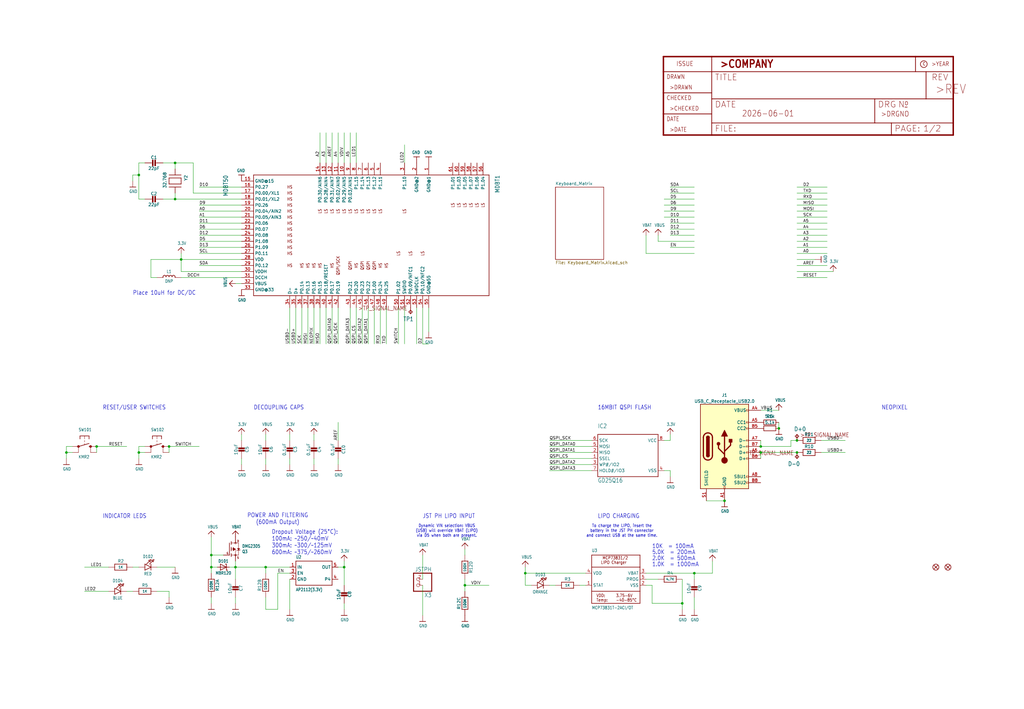
<source format=kicad_sch>
(kicad_sch (version 20230121) (generator eeschema)
  (paper "User" 430.809 298.45)
  (lib_symbols
    (symbol "Adafruit nRF52840 Bluefruit Feather Express Rev D-eagle-import:3.3V" (power)
      (property "Value" "3.3V" (at -1.524 1.016 0))
      (symbol "3.3V_1_0"
        (pin power_in line (at 0 -2.54 90) (length 2.54) (name "3.3V") (number "1"))
      )
    )
    (symbol "Adafruit nRF52840 Bluefruit Feather Express Rev D-eagle-import:CAP_CERAMIC0603_NO"
      (property "Reference" "C" (at -2.29 1.25 90))
      (symbol "CAP_CERAMIC0603_NO_1_0"
        (pin passive line (at 0 5.08 270) (length 2.54) (name "1") (number "1"))
        (pin passive line (at 0 -2.54 90) (length 2.54) (name "2") (number "2"))
      )
    )
    (symbol "Adafruit nRF52840 Bluefruit Feather Express Rev D-eagle-import:CAP_CERAMIC0805-NOOUTLINE"
      (property "Reference" "C" (at -2.29 1.25 90))
      (symbol "CAP_CERAMIC0805-NOOUTLINE_1_0"
        (pin passive line (at 0 5.08 270) (length 2.54) (name "1") (number "1"))
        (pin passive line (at 0 -2.54 90) (length 2.54) (name "2") (number "2"))
      )
    )
    (symbol "Adafruit nRF52840 Bluefruit Feather Express Rev D-eagle-import:CON_JST_PH_2PIN"
      (property "Reference" "X" (at -6.35 5.715 0))
      (symbol "CON_JST_PH_2PIN_1_0"
        (pin passive inverted (at -2.54 2.54 0) (length 2.54) (name "1") (number "1"))
        (pin passive inverted (at -2.54 0 0) (length 2.54) (name "2") (number "2"))
      )
    )
    (symbol "Adafruit nRF52840 Bluefruit Feather Express Rev D-eagle-import:DIODE-SCHOTTKYSOD-123"
      (property "Reference" "D" (at 0 2.54 0))
      (symbol "DIODE-SCHOTTKYSOD-123_1_0"
        (pin passive line (at -2.54 0 0) (length 2.54) (name "A") (number "A"))
        (pin passive line (at 2.54 0 180) (length 2.54) (name "C") (number "C"))
      )
    )
    (symbol "Adafruit nRF52840 Bluefruit Feather Express Rev D-eagle-import:FIDUCIAL_1MM")
    (symbol "Adafruit nRF52840 Bluefruit Feather Express Rev D-eagle-import:FRAME_A3"
      (symbol "FRAME_A3_1_0"
        (text "1" (at 24.2094 1.905 0) (effects (font (size 2.54 2.286))))
        (text "1" (at 24.2094 258.445 0) (effects (font (size 2.54 2.286))))
        (text "2" (at 72.6281 1.905 0) (effects (font (size 2.54 2.286))))
        (text "2" (at 72.6281 258.445 0) (effects (font (size 2.54 2.286))))
        (text "3" (at 121.0469 1.905 0) (effects (font (size 2.54 2.286))))
        (text "3" (at 121.0469 258.445 0) (effects (font (size 2.54 2.286))))
        (text "4" (at 169.4656 1.905 0) (effects (font (size 2.54 2.286))))
        (text "4" (at 169.4656 258.445 0) (effects (font (size 2.54 2.286))))
        (text "5" (at 217.8844 1.905 0) (effects (font (size 2.54 2.286))))
        (text "5" (at 217.8844 258.445 0) (effects (font (size 2.54 2.286))))
        (text "6" (at 266.3031 1.905 0) (effects (font (size 2.54 2.286))))
        (text "6" (at 266.3031 258.445 0) (effects (font (size 2.54 2.286))))
        (text "7" (at 314.7219 1.905 0) (effects (font (size 2.54 2.286))))
        (text "7" (at 314.7219 258.445 0) (effects (font (size 2.54 2.286))))
        (text "8" (at 363.1406 1.905 0) (effects (font (size 2.54 2.286))))
        (text "8" (at 363.1406 258.445 0) (effects (font (size 2.54 2.286))))
        (text "A" (at 1.905 234.315 0) (effects (font (size 2.54 2.286))))
        (text "A" (at 385.445 234.315 0) (effects (font (size 2.54 2.286))))
        (text "B" (at 1.905 182.245 0) (effects (font (size 2.54 2.286))))
        (text "B" (at 385.445 182.245 0) (effects (font (size 2.54 2.286))))
        (text "C" (at 1.905 130.175 0) (effects (font (size 2.54 2.286))))
        (text "C" (at 385.445 130.175 0) (effects (font (size 2.54 2.286))))
        (text "D" (at 1.905 78.105 0) (effects (font (size 2.54 2.286))))
        (text "D" (at 385.445 78.105 0) (effects (font (size 2.54 2.286))))
        (text "E" (at 1.905 26.035 0) (effects (font (size 2.54 2.286))))
        (text "E" (at 385.445 26.035 0) (effects (font (size 2.54 2.286))))
      )
      (symbol "FRAME_A3_2_0"
        (text "PART OR WHOLE IS STRICTLY PROHIBITED WITHOUT WRITTEN PERMISSION!" (at 3.81 -5.08 0) (effects (font (size 1.27 1.0795)) (justify left bottom)))
        (text "PROPRIETARY" (at 3.81 -10.16 0) (effects (font (size 2.54 2.159) (thickness 0.4318) bold) (justify left bottom)))
        (text "THIS DRAWING CONTAINS CONFIDENTIAL INFORMATION. ANY REPRODUCTION IN" (at 3.81 -2.794 0) (effects (font (size 1.27 1.0795)) (justify left bottom)))
      )
      (symbol "FRAME_A3_3_0"
        (text "${#}/${##}" (at 108.9152 2.8448 0) (effects (font (size 2.54 2.54)) (justify left bottom)))
        (text "${CURRENT_DATE}" (at 32.7152 9.1948 0) (effects (font (size 2.54 2.159)) (justify left bottom)))
        (text "${PROJECTNAME}" (at 33.0327 2.8448 0) (effects (font (size 2.54 2.159)) (justify left bottom)))
        (text ">CHECKED" (at 2.2352 11.7348 0) (effects (font (size 1.778 1.5113)) (justify left bottom)))
        (text ">COMPANY" (at 23.349 29.6735 0) (effects (font (size 3.175 2.6987) (thickness 0.5397) bold) (justify left bottom)))
        (text ">DATE" (at 2.2352 2.8448 0) (effects (font (size 1.778 1.5113)) (justify left bottom)))
        (text ">DRAWN" (at 2.2352 20.6248 0) (effects (font (size 1.778 1.5113)) (justify left bottom)))
        (text ">DRGNO" (at 91.1352 9.1948 0) (effects (font (size 2.1844 1.8567)) (justify left bottom)))
        (text ">REV" (at 113.9952 18.7198 0) (effects (font (size 3.81 3.2385)) (justify left bottom)))
        (text ">YEAR" (at 112.4077 30.4673 0) (effects (font (size 1.778 1.5113)) (justify left bottom)))
        (text "C" (at 108.7564 30.7848 0) (effects (font (size 1.27 1.0795)) (justify left bottom)))
        (text "CHECKED" (at 0.9652 16.1798 0) (effects (font (size 1.778 1.5113)) (justify left bottom)))
        (text "DATE" (at 0.9652 7.2898 0) (effects (font (size 1.778 1.5113)) (justify left bottom)))
        (text "DATE" (at 21.2852 13.0048 0) (effects (font (size 2.54 2.54)) (justify left bottom)))
        (text "DRAWN" (at 0.9652 25.0698 0) (effects (font (size 1.778 1.5113)) (justify left bottom)))
        (text "DRG" (at 89.8652 13.0048 0) (effects (font (size 2.54 2.54)) (justify left bottom)))
        (text "FILE:" (at 21.2852 2.8448 0) (effects (font (size 2.54 2.54)) (justify left bottom)))
        (text "ISSUE" (at 5.0927 30.4673 0) (effects (font (size 1.9304 1.6408)) (justify left bottom)))
        (text "N" (at 98.4377 13.0048 0) (effects (font (size 2.54 2.54)) (justify left bottom)))
        (text "o" (at 100.9777 13.9573 0) (effects (font (size 2.1844 1.8567)) (justify left bottom)))
        (text "PAGE:" (at 96.8502 2.8448 0) (effects (font (size 2.54 2.54)) (justify left bottom)))
        (text "REV" (at 112.4077 24.4348 0) (effects (font (size 2.54 2.54)) (justify left bottom)))
        (text "TITLE" (at 21.2852 24.4348 0) (effects (font (size 2.54 2.54)) (justify left bottom)))
      )
    )
    (symbol "Adafruit nRF52840 Bluefruit Feather Express Rev D-eagle-import:GND" (power)
      (property "Value" "GND" (at -1.524 -2.54 0))
      (symbol "GND_1_0"
        (pin power_in line (at 0 2.54 270) (length 2.54) (name "GND") (number "1"))
      )
    )
    (symbol "Adafruit nRF52840 Bluefruit Feather Express Rev D-eagle-import:INDUCTOR_0805MP"
      (property "Reference" "L" (at 0 2.54 0))
      (symbol "INDUCTOR_0805MP_1_0"
        (pin passive line (at -5.08 0 0) (length 2.54) (name "1") (number "1"))
        (pin passive line (at 5.08 0 180) (length 2.54) (name "2") (number "2"))
      )
    )
    (symbol "Adafruit nRF52840 Bluefruit Feather Express Rev D-eagle-import:LED0805_NOOUTLINE"
      (property "Reference" "D" (at -1.27 4.445 0))
      (symbol "LED0805_NOOUTLINE_1_0"
        (pin passive line (at -5.08 0 0) (length 2.54) (name "A") (number "A"))
        (pin passive line (at 2.54 0 180) (length 2.54) (name "C") (number "C"))
      )
    )
    (symbol "Adafruit nRF52840 Bluefruit Feather Express Rev D-eagle-import:MCP73831/2"
      (property "Reference" "U" (at -10.16 11.43 0))
      (symbol "MCP73831/2_1_0"
        (text "-40-85°C" (at 0 -9.525 0) (effects (font (size 1.27 1.0795)) (justify left bottom)))
        (text "3.75-6V" (at 0 -7.62 0) (effects (font (size 1.27 1.0795)) (justify left bottom)))
        (text "LIPO Charger" (at -6.35 6.35 0) (effects (font (size 1.27 1.0795)) (justify left bottom)))
        (text "MCP73831/2" (at -5.715 8.255 0) (effects (font (size 1.27 1.0795)) (justify left bottom)))
        (text "Temp:" (at -8.255 -9.525 0) (effects (font (size 1.27 1.0795)) (justify left bottom)))
        (text "VDD:" (at -8.255 -7.62 0) (effects (font (size 1.27 1.0795)) (justify left bottom)))
        (pin output line (at -12.7 -2.54 0) (length 2.54) (name "STAT") (number "1"))
        (pin power_in line (at 12.7 -2.54 180) (length 2.54) (name "VSS") (number "2"))
        (pin power_in line (at 12.7 2.54 180) (length 2.54) (name "VBAT") (number "3"))
        (pin power_in line (at -12.7 2.54 0) (length 2.54) (name "VDD") (number "4"))
        (pin input line (at 12.7 0 180) (length 2.54) (name "PROG") (number "5"))
      )
    )
    (symbol "Adafruit nRF52840 Bluefruit Feather Express Rev D-eagle-import:MDBT50"
      (property "Reference" "MDBT50" (at -25.4 50.8 0))
      (symbol "MDBT50_1_0"
        (text "HS" (at -20.32 -35.56 900) (effects (font (size 1.27 1.0795))))
        (text "HS" (at -17.78 -35.56 900) (effects (font (size 1.27 1.0795))))
        (text "HS" (at -15.24 -35.56 900) (effects (font (size 1.27 1.0795))))
        (text "HS" (at -12.7 -35.56 900) (effects (font (size 1.27 1.0795))))
        (text "HS" (at -10.16 -35.56 900) (effects (font (size 1.27 1.0795))))
        (text "HS" (at -7.62 -35.56 900) (effects (font (size 1.27 1.0795))))
        (text "HS" (at -5.08 -35.56 900) (effects (font (size 1.27 1.0795))))
        (text "HS" (at -2.54 -35.56 900) (effects (font (size 1.27 1.0795))))
        (text "HS" (at 0 -35.56 900) (effects (font (size 1.27 1.0795))))
        (text "HS" (at 2.54 -35.56 900) (effects (font (size 1.27 1.0795))))
        (text "HS" (at 5.08 -35.56 900) (effects (font (size 1.27 1.0795))))
        (text "HS" (at 7.62 -35.56 900) (effects (font (size 1.27 1.0795))))
        (text "HS" (at 12.7 -35.56 900) (effects (font (size 1.27 1.0795))))
        (text "HS" (at 12.7 -30.48 0) (effects (font (size 1.27 1.0795))))
        (text "HS" (at 12.7 -27.94 0) (effects (font (size 1.27 1.0795))))
        (text "HS" (at 12.7 -25.4 0) (effects (font (size 1.27 1.0795))))
        (text "HS" (at 12.7 -22.86 0) (effects (font (size 1.27 1.0795))))
        (text "HS" (at 12.7 -17.78 0) (effects (font (size 1.27 1.0795))))
        (text "HS" (at 12.7 -7.62 0) (effects (font (size 1.27 1.0795))))
        (text "HS" (at 12.7 2.54 0) (effects (font (size 1.27 1.0795))))
        (text "HS" (at 12.7 5.08 0) (effects (font (size 1.27 1.0795))))
        (text "LS" (at -12.7 33.02 0) (effects (font (size 1.27 1.0795))))
        (text "LS" (at -12.7 35.56 0) (effects (font (size 1.27 1.0795))))
        (text "LS" (at -12.7 38.1 0) (effects (font (size 1.27 1.0795))))
        (text "LS" (at -12.7 40.64 0) (effects (font (size 1.27 1.0795))))
        (text "LS" (at -12.7 43.18 0) (effects (font (size 1.27 1.0795))))
        (text "LS" (at -12.7 45.72 0) (effects (font (size 1.27 1.0795))))
        (text "LS" (at -10.16 -22.86 0) (effects (font (size 1.27 1.0795))))
        (text "LS" (at -10.16 -20.32 0) (effects (font (size 1.27 1.0795))))
        (text "LS" (at -10.16 -17.78 0) (effects (font (size 1.27 1.0795))))
        (text "LS" (at -10.16 -15.24 0) (effects (font (size 1.27 1.0795))))
        (text "LS" (at -10.16 -12.7 0) (effects (font (size 1.27 1.0795))))
        (text "LS" (at -10.16 -10.16 0) (effects (font (size 1.27 1.0795))))
        (text "LS" (at -10.16 -7.62 0) (effects (font (size 1.27 1.0795))))
        (text "LS" (at -10.16 -5.08 0) (effects (font (size 1.27 1.0795))))
        (text "LS" (at -10.16 -2.54 0) (effects (font (size 1.27 1.0795))))
        (text "LS" (at -10.16 0 0) (effects (font (size 1.27 1.0795))))
        (text "LS" (at -10.16 2.54 0) (effects (font (size 1.27 1.0795))))
        (text "LS" (at -10.16 12.7 0) (effects (font (size 1.27 1.0795))))
        (text "LS" (at 7.62 10.16 0) (effects (font (size 1.27 1.0795))))
        (text "LS" (at 7.62 15.24 0) (effects (font (size 1.27 1.0795))))
        (text "LS" (at 7.62 20.32 0) (effects (font (size 1.27 1.0795))))
        (text "QSPI" (at 12.7 -10.16 0) (effects (font (size 1.27 1.0795))))
        (text "QSPI" (at 12.7 -5.08 0) (effects (font (size 1.27 1.0795))))
        (text "QSPI" (at 12.7 -2.54 0) (effects (font (size 1.27 1.0795))))
        (text "QSPI" (at 12.7 0 0) (effects (font (size 1.27 1.0795))))
        (text "QSPI/SCK" (at 12.7 -15.24 0) (effects (font (size 1.27 1.0795))))
        (pin bidirectional line (at -30.48 22.86 0) (length 5.08) (name "GND@1") (number "1"))
        (pin bidirectional line (at -30.48 -12.7 0) (length 5.08) (name "P0.29/AIN5") (number "10"))
        (pin bidirectional line (at -30.48 -15.24 0) (length 5.08) (name "P0.02/AIN0") (number "11"))
        (pin bidirectional line (at -30.48 -17.78 0) (length 5.08) (name "P0.31/AIN7") (number "12"))
        (pin bidirectional line (at -30.48 -20.32 0) (length 5.08) (name "P0.28/AIN4") (number "13"))
        (pin bidirectional line (at -30.48 -22.86 0) (length 5.08) (name "P0.30/AIN6") (number "14"))
        (pin bidirectional line (at -22.86 -55.88 90) (length 5.08) (name "GND@15") (number "15"))
        (pin bidirectional line (at -20.32 -55.88 90) (length 5.08) (name "P0.27") (number "16"))
        (pin bidirectional line (at -17.78 -55.88 90) (length 5.08) (name "P0.00/XL1") (number "17"))
        (pin bidirectional line (at -15.24 -55.88 90) (length 5.08) (name "P0.01/XL2") (number "18"))
        (pin bidirectional line (at -12.7 -55.88 90) (length 5.08) (name "P0.26") (number "19"))
        (pin bidirectional line (at -30.48 17.78 0) (length 5.08) (name "GND@2") (number "2"))
        (pin bidirectional line (at -10.16 -55.88 90) (length 5.08) (name "P0.04/AIN2") (number "20"))
        (pin bidirectional line (at -7.62 -55.88 90) (length 5.08) (name "P0.05/AIN3") (number "21"))
        (pin bidirectional line (at -5.08 -55.88 90) (length 5.08) (name "P0.06") (number "22"))
        (pin bidirectional line (at -2.54 -55.88 90) (length 5.08) (name "P0.07") (number "23"))
        (pin bidirectional line (at 0 -55.88 90) (length 5.08) (name "P0.08") (number "24"))
        (pin bidirectional line (at 2.54 -55.88 90) (length 5.08) (name "P1.08") (number "25"))
        (pin bidirectional line (at 5.08 -55.88 90) (length 5.08) (name "P1.09") (number "26"))
        (pin bidirectional line (at 7.62 -55.88 90) (length 5.08) (name "P0.11") (number "27"))
        (pin bidirectional line (at 10.16 -55.88 90) (length 5.08) (name "VDD") (number "28"))
        (pin bidirectional line (at 12.7 -55.88 90) (length 5.08) (name "P0.12") (number "29"))
        (pin bidirectional line (at -30.48 12.7 0) (length 5.08) (name "P1.10") (number "3"))
        (pin bidirectional line (at 15.24 -55.88 90) (length 5.08) (name "VDDH") (number "30"))
        (pin bidirectional line (at 17.78 -55.88 90) (length 5.08) (name "DCCH") (number "31"))
        (pin bidirectional line (at 20.32 -55.88 90) (length 5.08) (name "VBUS") (number "32"))
        (pin bidirectional line (at 22.86 -55.88 90) (length 5.08) (name "GND@33") (number "33"))
        (pin bidirectional line (at 30.48 -35.56 180) (length 5.08) (name "D-") (number "34"))
        (pin bidirectional line (at 30.48 -33.02 180) (length 5.08) (name "D+") (number "35"))
        (pin bidirectional line (at 30.48 -30.48 180) (length 5.08) (name "P0.14") (number "36"))
        (pin bidirectional line (at 30.48 -27.94 180) (length 5.08) (name "P0.13") (number "37"))
        (pin bidirectional line (at 30.48 -25.4 180) (length 5.08) (name "P0.16") (number "38"))
        (pin bidirectional line (at 30.48 -22.86 180) (length 5.08) (name "P0.15") (number "39"))
        (pin bidirectional line (at -30.48 2.54 0) (length 5.08) (name "P1.11") (number "4"))
        (pin bidirectional line (at 30.48 -20.32 180) (length 5.08) (name "P0.18/RESET") (number "40"))
        (pin bidirectional line (at 30.48 -17.78 180) (length 5.08) (name "P0.17") (number "41"))
        (pin bidirectional line (at 30.48 -15.24 180) (length 5.08) (name "P0.19") (number "42"))
        (pin bidirectional line (at 30.48 -10.16 180) (length 5.08) (name "P0.21") (number "43"))
        (pin bidirectional line (at 30.48 -7.62 180) (length 5.08) (name "P0.20") (number "44"))
        (pin bidirectional line (at 30.48 -5.08 180) (length 5.08) (name "P0.23") (number "45"))
        (pin bidirectional line (at 30.48 -2.54 180) (length 5.08) (name "P0.22") (number "46"))
        (pin bidirectional line (at 30.48 0 180) (length 5.08) (name "P1.00") (number "47"))
        (pin bidirectional line (at 30.48 2.54 180) (length 5.08) (name "P0.24") (number "48"))
        (pin bidirectional line (at 30.48 5.08 180) (length 5.08) (name "P0.25") (number "49"))
        (pin bidirectional line (at -30.48 0 0) (length 5.08) (name "P1.12") (number "5"))
        (pin bidirectional line (at 30.48 10.16 180) (length 5.08) (name "P1.02") (number "50"))
        (pin bidirectional line (at 30.48 12.7 180) (length 5.08) (name "SWDIO") (number "51"))
        (pin bidirectional line (at 30.48 15.24 180) (length 5.08) (name "P0.09/NFC1") (number "52"))
        (pin bidirectional line (at 30.48 17.78 180) (length 5.08) (name "SWDCLK") (number "53"))
        (pin bidirectional line (at 30.48 20.32 180) (length 5.08) (name "P0.10/NFC2") (number "54"))
        (pin bidirectional line (at 30.48 22.86 180) (length 5.08) (name "GND@55") (number "55"))
        (pin bidirectional line (at -30.48 45.72 0) (length 5.08) (name "P1.04") (number "56"))
        (pin bidirectional line (at -30.48 43.18 0) (length 5.08) (name "P1.06") (number "57"))
        (pin bidirectional line (at -30.48 40.64 0) (length 5.08) (name "P1.07") (number "58"))
        (pin bidirectional line (at -30.48 38.1 0) (length 5.08) (name "P1.05") (number "59"))
        (pin bidirectional line (at -30.48 -2.54 0) (length 5.08) (name "P1.13") (number "6"))
        (pin bidirectional line (at -30.48 35.56 0) (length 5.08) (name "P1.03") (number "60"))
        (pin bidirectional line (at -30.48 33.02 0) (length 5.08) (name "P1.01") (number "61"))
        (pin bidirectional line (at -30.48 -5.08 0) (length 5.08) (name "P1.14") (number "7"))
        (pin bidirectional line (at -30.48 -7.62 0) (length 5.08) (name "P1.15") (number "8"))
        (pin bidirectional line (at -30.48 -10.16 0) (length 5.08) (name "P0.03/AIN1") (number "9"))
      )
    )
    (symbol "Adafruit nRF52840 Bluefruit Feather Express Rev D-eagle-import:MOSFET-P"
      (property "Reference" "Q" (at 2.794 0.381 0))
      (symbol "MOSFET-P_1_0"
        (text "D" (at 0.635 -3.81 0) (effects (font (size 0.8128 0.6908)) (justify left bottom)))
        (text "G" (at -3.81 1.27 0) (effects (font (size 0.8128 0.6908)) (justify left bottom)))
        (text "S" (at 0.635 3.175 0) (effects (font (size 0.8128 0.6908)) (justify left bottom)))
        (pin passive line (at -5.08 2.54 0) (length 2.54) (name "G") (number "1"))
        (pin passive line (at 0 5.08 270) (length 2.54) (name "S") (number "2"))
        (pin passive line (at 0 -5.08 90) (length 2.54) (name "D") (number "3"))
      )
    )
    (symbol "Adafruit nRF52840 Bluefruit Feather Express Rev D-eagle-import:RESISTOR_0603_NOOUT"
      (property "Reference" "R" (at 0 2.54 0))
      (symbol "RESISTOR_0603_NOOUT_1_0"
        (pin passive line (at -5.08 0 0) (length 2.54) (name "1") (number "1"))
        (pin passive line (at 5.08 0 180) (length 2.54) (name "2") (number "2"))
      )
    )
    (symbol "Adafruit nRF52840 Bluefruit Feather Express Rev D-eagle-import:RESISTOR_4PACK"
      (property "Reference" "R" (at 0 2.54 0))
      (symbol "RESISTOR_4PACK_1_0"
        (pin passive line (at -5.08 0 0) (length 2.54) (name "1") (number "1"))
        (pin passive line (at 5.08 0 180) (length 2.54) (name "2") (number "8"))
      )
      (symbol "RESISTOR_4PACK_2_0"
        (pin passive line (at -5.08 0 0) (length 2.54) (name "1") (number "2"))
        (pin passive line (at 5.08 0 180) (length 2.54) (name "2") (number "7"))
      )
      (symbol "RESISTOR_4PACK_3_0"
        (pin passive line (at -5.08 0 0) (length 2.54) (name "1") (number "3"))
        (pin passive line (at 5.08 0 180) (length 2.54) (name "2") (number "6"))
      )
      (symbol "RESISTOR_4PACK_4_0"
        (pin passive line (at -5.08 0 0) (length 2.54) (name "1") (number "4"))
        (pin passive line (at 5.08 0 180) (length 2.54) (name "2") (number "5"))
      )
    )
    (symbol "Adafruit nRF52840 Bluefruit Feather Express Rev D-eagle-import:SPIFLASH_8PINUX"
      (property "Reference" "U" (at -12.7 12.7 0))
      (symbol "SPIFLASH_8PINUX_1_0"
        (pin bidirectional line (at -15.24 0 0) (length 2.54) (name "SSEL") (number "1"))
        (pin bidirectional line (at -15.24 2.54 0) (length 2.54) (name "MISO") (number "2"))
        (pin bidirectional line (at -15.24 -2.54 0) (length 2.54) (name "WP#/IO2") (number "3"))
        (pin bidirectional line (at 15.24 -5.08 180) (length 2.54) (name "VSS") (number "4"))
        (pin bidirectional line (at -15.24 5.08 0) (length 2.54) (name "MOSI") (number "5"))
        (pin bidirectional line (at -15.24 7.62 0) (length 2.54) (name "SCK") (number "6"))
        (pin bidirectional line (at -15.24 -5.08 0) (length 2.54) (name "HOLD#/IO3") (number "7"))
        (pin bidirectional line (at 15.24 7.62 180) (length 2.54) (name "VCC") (number "8"))
      )
    )
    (symbol "Adafruit nRF52840 Bluefruit Feather Express Rev D-eagle-import:SWITCH_TACT_SMT4.6X2.8"
      (property "Reference" "SW" (at -2.54 6.35 0))
      (symbol "SWITCH_TACT_SMT4.6X2.8_1_0"
        (pin passive line (at -5.08 0 0) (length 2.54) (name "P") (number "A"))
        (pin passive line (at -5.08 -2.54 0) (length 2.54) (name "P1") (number "A'"))
        (pin passive line (at 5.08 0 180) (length 2.54) (name "S") (number "B"))
        (pin passive line (at 5.08 -2.54 180) (length 2.54) (name "S1") (number "B'"))
      )
    )
    (symbol "Adafruit nRF52840 Bluefruit Feather Express Rev D-eagle-import:TPTP10R"
      (property "Reference" "TP" (at -1.27 1.27 0))
      (symbol "TPTP10R_1_0"
        (text ">TP_SIGNAL_NAME" (at 1.27 -1.27 0) (effects (font (size 1.778 1.5113)) (justify left bottom)))
        (pin input line (at 0 -2.54 90) (length 2.54) (name "TP") (number "TP"))
      )
    )
    (symbol "Adafruit nRF52840 Bluefruit Feather Express Rev D-eagle-import:VBAT" (power)
      (property "Value" "VBAT" (at -1.524 1.016 0))
      (symbol "VBAT_1_0"
        (pin power_in line (at 0 -2.54 90) (length 2.54) (name "VBAT") (number "1"))
      )
    )
    (symbol "Adafruit nRF52840 Bluefruit Feather Express Rev D-eagle-import:VBUS" (power)
      (property "Value" "VBUS" (at -1.524 1.016 0))
      (symbol "VBUS_1_0"
        (pin power_in line (at 0 -2.54 90) (length 2.54) (name "VBUS") (number "1"))
      )
    )
    (symbol "Adafruit nRF52840 Bluefruit Feather Express Rev D-eagle-import:VREG_SOT23-5"
      (property "Reference" "U" (at -7.62 6.096 0))
      (symbol "VREG_SOT23-5_1_0"
        (pin power_in line (at -10.16 2.54 0) (length 2.54) (name "IN") (number "1"))
        (pin power_in line (at -10.16 -2.54 0) (length 2.54) (name "GND") (number "2"))
        (pin input line (at -10.16 0 0) (length 2.54) (name "EN") (number "3"))
        (pin bidirectional line (at 10.16 -2.54 180) (length 2.54) (name "P4") (number "4"))
        (pin power_in line (at 10.16 2.54 180) (length 2.54) (name "OUT") (number "5"))
      )
    )
    (symbol "Adafruit nRF52840 Bluefruit Feather Express Rev D-eagle-import:XTAL-3.2X1.5"
      (property "Reference" "X" (at -2.54 3.81 0))
      (symbol "XTAL-3.2X1.5_1_0"
        (pin bidirectional line (at -5.08 0 0) (length 2.54) (name "P$1") (number "P$1"))
        (pin bidirectional line (at 5.08 0 180) (length 2.54) (name "P$2") (number "P$2"))
      )
    )
    (symbol "Connector:USB_C_Receptacle_USB2.0" (pin_names (offset 1.016))
      (property "Reference" "J" (at -10.16 19.05 0))
      (property "Value" "USB_C_Receptacle_USB2.0" (at 19.05 19.05 0))
      (symbol "USB_C_Receptacle_USB2.0_1_1"
        (pin passive line (at 0 -22.86 90) (length 5.08) (name "GND") (number "A1"))
        (pin passive line (at 0 -22.86 90) (length 5.08) hide (name "GND") (number "A12"))
        (pin passive line (at 15.24 15.24 180) (length 5.08) (name "VBUS") (number "A4"))
        (pin bidirectional line (at 15.24 10.16 180) (length 5.08) (name "CC1") (number "A5"))
        (pin bidirectional line (at 15.24 -2.54 180) (length 5.08) (name "D+") (number "A6"))
        (pin bidirectional line (at 15.24 2.54 180) (length 5.08) (name "D-") (number "A7"))
        (pin bidirectional line (at 15.24 -12.7 180) (length 5.08) (name "SBU1") (number "A8"))
        (pin passive line (at 15.24 15.24 180) (length 5.08) hide (name "VBUS") (number "A9"))
        (pin passive line (at 0 -22.86 90) (length 5.08) hide (name "GND") (number "B1"))
        (pin passive line (at 0 -22.86 90) (length 5.08) hide (name "GND") (number "B12"))
        (pin passive line (at 15.24 15.24 180) (length 5.08) hide (name "VBUS") (number "B4"))
        (pin bidirectional line (at 15.24 7.62 180) (length 5.08) (name "CC2") (number "B5"))
        (pin bidirectional line (at 15.24 -5.08 180) (length 5.08) (name "D+") (number "B6"))
        (pin bidirectional line (at 15.24 0 180) (length 5.08) (name "D-") (number "B7"))
        (pin bidirectional line (at 15.24 -15.24 180) (length 5.08) (name "SBU2") (number "B8"))
        (pin passive line (at 15.24 15.24 180) (length 5.08) hide (name "VBUS") (number "B9"))
        (pin passive line (at -7.62 -22.86 90) (length 5.08) (name "SHIELD") (number "S1"))
      )
    )
    (symbol "Device:R" (pin_numbers hide) (pin_names (offset 0))
      (property "Reference" "R" (at 2.032 0 90))
      (property "Value" "R" (at 0 0 90))
      (symbol "R_1_1"
        (pin passive line (at 0 3.81 270) (length 1.27) (name "~") (number "1"))
        (pin passive line (at 0 -3.81 90) (length 1.27) (name "~") (number "2"))
      )
    )
  )
  (junction (at 73.66 68.58))
  (junction (at 58.42 73.66))
  (junction (at 320.04 187.96))
  (junction (at 195.58 246.38))
  (junction (at 220.98 241.3))
  (junction (at 76.2 109.22))
  (junction (at 73.66 83.82))
  (junction (at 320.04 190.5))
  (junction (at 71.12 187.96))
  (junction (at 335.28 185.42))
  (junction (at 27.94 190.5))
  (junction (at 304.8 210.82))
  (junction (at 335.28 190.5))
  (junction (at 327.66 180.34))
  (junction (at 287.02 254))
  (junction (at 292.1 241.3))
  (junction (at 144.78 238.76))
  (junction (at 99.06 238.76))
  (junction (at 58.42 190.5))
  (junction (at 88.9 238.76))
  (junction (at 111.76 238.76))
  (junction (at 88.9 233.68))
  (junction (at 40.64 187.96))
  (wire (pts (xy 281.94 96.52) (xy 292.1 96.52)) (stroke (width 0.1524)))
  (wire (pts (xy 279.4 88.9) (xy 292.1 88.9)) (stroke (width 0.1524)))
  (wire (pts (xy 101.6 86.36) (xy 83.82 86.36)) (stroke (width 0.1524)))
  (wire (pts (xy 347.98 88.9) (xy 335.28 88.9)) (stroke (width 0.1524)))
  (wire (pts (xy 71.12 187.96) (xy 83.82 187.96)) (stroke (width 0.1524)))
  (wire (pts (xy 55.88 76.2) (xy 55.88 73.66)) (stroke (width 0.1524)))
  (wire (pts (xy 335.28 114.3) (xy 350.52 114.3)) (stroke (width 0.1524)))
  (wire (pts (xy 292.1 241.3) (xy 271.78 241.3)) (stroke (width 0.1524)))
  (wire (pts (xy 132.08 185.42) (xy 132.08 182.88)) (stroke (width 0.1524)))
  (wire (pts (xy 320.04 185.42) (xy 320.04 187.96)))
  (wire (pts (xy 144.78 68.58) (xy 144.78 55.88)) (stroke (width 0.1524)))
  (wire (pts (xy 101.6 185.42) (xy 101.6 182.88)) (stroke (width 0.1524)))
  (wire (pts (xy 292.1 101.6) (xy 276.86 101.6)) (stroke (width 0.1524)))
  (wire (pts (xy 81.28 68.58) (xy 73.66 68.58)) (stroke (width 0.1524)))
  (wire (pts (xy 292.1 78.74) (xy 281.94 78.74)) (stroke (width 0.1524)))
  (wire (pts (xy 231.14 246.38) (xy 233.68 246.38)) (stroke (width 0.1524)))
  (wire (pts (xy 53.34 248.92) (xy 55.88 248.92)) (stroke (width 0.1524)))
  (wire (pts (xy 279.4 185.42) (xy 281.94 185.42)) (stroke (width 0.1524)))
  (wire (pts (xy 177.8 129.54) (xy 177.8 144.78)) (stroke (width 0.1524)))
  (wire (pts (xy 101.6 111.76) (xy 83.82 111.76)) (stroke (width 0.1524)))
  (wire (pts (xy 99.06 238.76) (xy 111.76 238.76)) (stroke (width 0.1524)))
  (wire (pts (xy 73.66 68.58) (xy 73.66 71.12)) (stroke (width 0.1524)))
  (wire (pts (xy 144.78 238.76) (xy 144.78 236.22)) (stroke (width 0.1524)))
  (wire (pts (xy 299.72 236.22) (xy 299.72 241.3)) (stroke (width 0.1524)))
  (wire (pts (xy 281.94 185.42) (xy 281.94 182.88)) (stroke (width 0.1524)))
  (wire (pts (xy 63.5 109.22) (xy 76.2 109.22)) (stroke (width 0.1524)))
  (wire (pts (xy 195.58 246.38) (xy 195.58 248.92)) (stroke (width 0.1524)))
  (wire (pts (xy 292.1 241.3) (xy 299.72 241.3)) (stroke (width 0.1524)))
  (wire (pts (xy 147.32 144.78) (xy 147.32 129.54)) (stroke (width 0.1524)))
  (wire (pts (xy 279.4 86.36) (xy 292.1 86.36)) (stroke (width 0.1524)))
  (wire (pts (xy 248.92 185.42) (xy 231.14 185.42)) (stroke (width 0.1524)))
  (wire (pts (xy 63.5 116.84) (xy 63.5 109.22)) (stroke (width 0.1524)))
  (wire (pts (xy 88.9 241.3) (xy 88.9 238.76)) (stroke (width 0.1524)))
  (wire (pts (xy 355.6 185.42) (xy 345.44 185.42)) (stroke (width 0.1524)))
  (wire (pts (xy 83.82 101.6) (xy 101.6 101.6)) (stroke (width 0.1524)))
  (wire (pts (xy 45.72 248.92) (xy 35.56 248.92)) (stroke (width 0.1524)))
  (wire (pts (xy 116.84 256.54) (xy 111.76 256.54)) (stroke (width 0.1524)))
  (wire (pts (xy 99.06 236.22) (xy 99.06 238.76)) (stroke (width 0.1524)))
  (wire (pts (xy 60.96 190.5) (xy 58.42 190.5)) (stroke (width 0.1524)))
  (wire (pts (xy 40.64 187.96) (xy 40.64 190.5)) (stroke (width 0.1524)))
  (wire (pts (xy 220.98 241.3) (xy 246.38 241.3)) (stroke (width 0.1524)))
  (wire (pts (xy 335.28 111.76) (xy 347.98 111.76)) (stroke (width 0.1524)))
  (wire (pts (xy 71.12 248.92) (xy 71.12 251.46)) (stroke (width 0.1524)))
  (wire (pts (xy 76.2 114.3) (xy 76.2 109.22)) (stroke (width 0.1524)))
  (wire (pts (xy 58.42 68.58) (xy 58.42 73.66)) (stroke (width 0.1524)))
  (wire (pts (xy 88.9 238.76) (xy 88.9 233.68)) (stroke (width 0.1524)))
  (wire (pts (xy 335.28 96.52) (xy 347.98 96.52)) (stroke (width 0.1524)))
  (wire (pts (xy 335.28 78.74) (xy 347.98 78.74)) (stroke (width 0.1524)))
  (wire (pts (xy 144.78 246.38) (xy 144.78 238.76)) (stroke (width 0.1524)))
  (wire (pts (xy 335.28 99.06) (xy 347.98 99.06)) (stroke (width 0.1524)))
  (wire (pts (xy 66.04 116.84) (xy 63.5 116.84)) (stroke (width 0.1524)))
  (wire (pts (xy 342.9 109.22) (xy 335.28 109.22)) (stroke (width 0.1524)))
  (wire (pts (xy 73.66 238.76) (xy 66.04 238.76)) (stroke (width 0.1524)))
  (wire (pts (xy 101.6 93.98) (xy 83.82 93.98)) (stroke (width 0.1524)))
  (wire (pts (xy 177.8 233.68) (xy 177.8 243.84)) (stroke (width 0.1524)))
  (wire (pts (xy 121.92 193.04) (xy 121.92 195.58)) (stroke (width 0.1524)))
  (wire (pts (xy 279.4 91.44) (xy 292.1 91.44)) (stroke (width 0.1524)))
  (wire (pts (xy 30.48 187.96) (xy 27.94 187.96)) (stroke (width 0.1524)))
  (wire (pts (xy 320.04 190.5) (xy 335.28 190.5)) (stroke (width 0.1524)))
  (wire (pts (xy 271.78 243.84) (xy 276.86 243.84)) (stroke (width 0.1524)))
  (wire (pts (xy 335.28 83.82) (xy 347.98 83.82)) (stroke (width 0.1524)))
  (wire (pts (xy 157.48 129.54) (xy 157.48 144.78)) (stroke (width 0.1524)))
  (wire (pts (xy 177.8 259.08) (xy 177.8 246.38)) (stroke (width 0.1524)))
  (wire (pts (xy 195.58 231.14) (xy 195.58 233.68)) (stroke (width 0.1524)))
  (wire (pts (xy 111.76 185.42) (xy 111.76 182.88)) (stroke (width 0.1524)))
  (wire (pts (xy 45.72 238.76) (xy 35.56 238.76)) (stroke (width 0.1524)))
  (wire (pts (xy 58.42 238.76) (xy 55.88 238.76)) (stroke (width 0.1524)))
  (wire (pts (xy 142.24 195.58) (xy 142.24 193.04)) (stroke (width 0.1524)))
  (wire (pts (xy 147.32 68.58) (xy 147.32 55.88)) (stroke (width 0.1524)))
  (wire (pts (xy 355.6 190.5) (xy 345.44 190.5)) (stroke (width 0.1524)))
  (wire (pts (xy 281.94 93.98) (xy 292.1 93.98)) (stroke (width 0.1524)))
  (wire (pts (xy 281.94 99.06) (xy 292.1 99.06)) (stroke (width 0.1524)))
  (wire (pts (xy 101.6 78.74) (xy 83.82 78.74)) (stroke (width 0.1524)))
  (wire (pts (xy 142.24 68.58) (xy 142.24 55.88)) (stroke (width 0.1524)))
  (wire (pts (xy 271.78 246.38) (xy 274.32 246.38)) (stroke (width 0.1524)))
  (wire (pts (xy 195.58 243.84) (xy 195.58 246.38)) (stroke (width 0.1524)))
  (wire (pts (xy 111.76 241.3) (xy 111.76 238.76)) (stroke (width 0.1524)))
  (wire (pts (xy 71.12 187.96) (xy 71.12 190.5)) (stroke (width 0.1524)))
  (wire (pts (xy 292.1 81.28) (xy 281.94 81.28)) (stroke (width 0.1524)))
  (wire (pts (xy 101.6 99.06) (xy 83.82 99.06)) (stroke (width 0.1524)))
  (wire (pts (xy 111.76 193.04) (xy 111.76 195.58)) (stroke (width 0.1524)))
  (wire (pts (xy 81.28 81.28) (xy 81.28 68.58)) (stroke (width 0.1524)))
  (wire (pts (xy 30.48 190.5) (xy 27.94 190.5)) (stroke (width 0.1524)))
  (wire (pts (xy 231.14 190.5) (xy 248.92 190.5)) (stroke (width 0.1524)))
  (wire (pts (xy 83.82 91.44) (xy 101.6 91.44)) (stroke (width 0.1524)))
  (wire (pts (xy 27.94 187.96) (xy 27.94 190.5)) (stroke (width 0.1524)))
  (wire (pts (xy 132.08 129.54) (xy 132.08 144.78)) (stroke (width 0.1524)))
  (wire (pts (xy 271.78 106.68) (xy 271.78 99.06)) (stroke (width 0.1524)))
  (wire (pts (xy 137.16 129.54) (xy 137.16 144.78)) (stroke (width 0.1524)))
  (wire (pts (xy 93.98 233.68) (xy 88.9 233.68)) (stroke (width 0.1524)))
  (wire (pts (xy 139.7 144.78) (xy 139.7 129.54)) (stroke (width 0.1524)))
  (wire (pts (xy 195.58 246.38) (xy 205.74 246.38)) (stroke (width 0.1524)))
  (wire (pts (xy 248.92 187.96) (xy 231.14 187.96)) (stroke (width 0.1524)))
  (wire (pts (xy 58.42 73.66) (xy 58.42 83.82)) (stroke (width 0.1524)))
  (wire (pts (xy 170.18 68.58) (xy 170.18 60.96)) (stroke (width 0.1524)))
  (wire (pts (xy 55.88 73.66) (xy 58.42 73.66)) (stroke (width 0.1524)))
  (wire (pts (xy 142.24 238.76) (xy 144.78 238.76)) (stroke (width 0.1524)))
  (wire (pts (xy 88.9 233.68) (xy 88.9 226.06)) (stroke (width 0.1524)))
  (wire (pts (xy 121.92 238.76) (xy 111.76 238.76)) (stroke (width 0.1524)))
  (wire (pts (xy 101.6 88.9) (xy 83.82 88.9)) (stroke (width 0.1524)))
  (wire (pts (xy 121.92 243.84) (xy 121.92 256.54)) (stroke (width 0.1524)))
  (wire (pts (xy 129.54 129.54) (xy 129.54 144.78)) (stroke (width 0.1524)))
  (wire (pts (xy 134.62 68.58) (xy 134.62 55.88)) (stroke (width 0.1524)))
  (wire (pts (xy 96.52 238.76) (xy 99.06 238.76)) (stroke (width 0.1524)))
  (wire (pts (xy 101.6 109.22) (xy 76.2 109.22)) (stroke (width 0.1524)))
  (wire (pts (xy 60.96 68.58) (xy 58.42 68.58)) (stroke (width 0.1524)))
  (wire (pts (xy 332.74 187.96) (xy 332.74 185.42)) (stroke (width 0.1524)))
  (wire (pts (xy 231.14 195.58) (xy 248.92 195.58)) (stroke (width 0.1524)))
  (wire (pts (xy 292.1 83.82) (xy 279.4 83.82)) (stroke (width 0.1524)))
  (wire (pts (xy 292.1 104.14) (xy 281.94 104.14)) (stroke (width 0.1524)))
  (wire (pts (xy 335.28 81.28) (xy 347.98 81.28)) (stroke (width 0.1524)))
  (wire (pts (xy 88.9 254) (xy 88.9 251.46)) (stroke (width 0.1524)))
  (wire (pts (xy 66.04 248.92) (xy 71.12 248.92)) (stroke (width 0.1524)))
  (wire (pts (xy 58.42 187.96) (xy 58.42 190.5)) (stroke (width 0.1524)))
  (wire (pts (xy 58.42 190.5) (xy 58.42 193.04)) (stroke (width 0.1524)))
  (wire (pts (xy 287.02 254) (xy 287.02 256.54)) (stroke (width 0.1524)))
  (wire (pts (xy 162.56 129.54) (xy 162.56 144.78)) (stroke (width 0.1524)))
  (wire (pts (xy 327.66 177.8) (xy 327.66 180.34)))
  (wire (pts (xy 27.94 190.5) (xy 27.94 193.04)) (stroke (width 0.1524)))
  (wire (pts (xy 101.6 83.82) (xy 73.66 83.82)) (stroke (width 0.1524)))
  (wire (pts (xy 297.18 210.82) (xy 304.8 210.82)) (stroke (width 0.1524)))
  (wire (pts (xy 160.02 129.54) (xy 160.02 144.78)) (stroke (width 0.1524)))
  (wire (pts (xy 142.24 185.42) (xy 142.24 177.8)) (stroke (width 0.1524)))
  (wire (pts (xy 134.62 129.54) (xy 134.62 144.78)) (stroke (width 0.1524)))
  (wire (pts (xy 111.76 256.54) (xy 111.76 251.46)) (stroke (width 0.1524)))
  (wire (pts (xy 274.32 246.38) (xy 274.32 254)) (stroke (width 0.1524)))
  (wire (pts (xy 231.14 193.04) (xy 248.92 193.04)) (stroke (width 0.1524)))
  (wire (pts (xy 149.86 144.78) (xy 149.86 129.54)) (stroke (width 0.1524)))
  (wire (pts (xy 243.84 246.38) (xy 246.38 246.38)) (stroke (width 0.1524)))
  (wire (pts (xy 335.28 101.6) (xy 347.98 101.6)) (stroke (width 0.1524)))
  (wire (pts (xy 121.92 241.3) (xy 116.84 241.3)) (stroke (width 0.1524)))
  (wire (pts (xy 142.24 144.78) (xy 142.24 129.54)) (stroke (width 0.1524)))
  (wire (pts (xy 223.52 246.38) (xy 220.98 246.38)) (stroke (width 0.1524)))
  (wire (pts (xy 279.4 198.12) (xy 281.94 198.12)) (stroke (width 0.1524)))
  (wire (pts (xy 180.34 139.7) (xy 180.34 129.54)) (stroke (width 0.1524)))
  (wire (pts (xy 60.96 187.96) (xy 58.42 187.96)) (stroke (width 0.1524)))
  (wire (pts (xy 73.66 83.82) (xy 73.66 81.28)) (stroke (width 0.1524)))
  (wire (pts (xy 101.6 96.52) (xy 83.82 96.52)) (stroke (width 0.1524)))
  (wire (pts (xy 68.58 83.82) (xy 73.66 83.82)) (stroke (width 0.1524)))
  (wire (pts (xy 327.66 172.72) (xy 320.04 172.72)) (stroke (width 0.1524)))
  (wire (pts (xy 101.6 116.84) (xy 76.2 116.84)) (stroke (width 0.1524)))
  (wire (pts (xy 83.82 106.68) (xy 101.6 106.68)) (stroke (width 0.1524)))
  (wire (pts (xy 58.42 83.82) (xy 60.96 83.82)) (stroke (width 0.1524)))
  (wire (pts (xy 121.92 144.78) (xy 121.92 129.54)) (stroke (width 0.1524)))
  (wire (pts (xy 99.06 251.46) (xy 99.06 254)) (stroke (width 0.1524)))
  (wire (pts (xy 127 129.54) (xy 127 144.78)) (stroke (width 0.1524)))
  (wire (pts (xy 121.92 185.42) (xy 121.92 182.88)) (stroke (width 0.1524)))
  (wire (pts (xy 132.08 193.04) (xy 132.08 195.58)) (stroke (width 0.1524)))
  (wire (pts (xy 231.14 198.12) (xy 248.92 198.12)) (stroke (width 0.1524)))
  (wire (pts (xy 276.86 101.6) (xy 276.86 99.06)) (stroke (width 0.1524)))
  (wire (pts (xy 320.04 190.5) (xy 320.04 193.04)))
  (wire (pts (xy 137.16 68.58) (xy 137.16 55.88)) (stroke (width 0.1524)))
  (wire (pts (xy 68.58 68.58) (xy 73.66 68.58)) (stroke (width 0.1524)))
  (wire (pts (xy 292.1 251.46) (xy 292.1 256.54)) (stroke (width 0.1524)))
  (wire (pts (xy 220.98 246.38) (xy 220.98 241.3)) (stroke (width 0.1524)))
  (wire (pts (xy 124.46 129.54) (xy 124.46 144.78)) (stroke (width 0.1524)))
  (wire (pts (xy 335.28 106.68) (xy 347.98 106.68)) (stroke (width 0.1524)))
  (wire (pts (xy 281.94 198.12) (xy 281.94 200.66)) (stroke (width 0.1524)))
  (wire (pts (xy 335.28 91.44) (xy 347.98 91.44)) (stroke (width 0.1524)))
  (wire (pts (xy 101.6 193.04) (xy 101.6 195.58)) (stroke (width 0.1524)))
  (wire (pts (xy 40.64 187.96) (xy 53.34 187.96)) (stroke (width 0.1524)))
  (wire (pts (xy 292.1 243.84) (xy 292.1 241.3)) (stroke (width 0.1524)))
  (wire (pts (xy 139.7 68.58) (xy 139.7 55.88)) (stroke (width 0.1524)))
  (wire (pts (xy 332.74 185.42) (xy 335.28 185.42)) (stroke (width 0.1524)))
  (wire (pts (xy 335.28 104.14) (xy 347.98 104.14)) (stroke (width 0.1524)))
  (wire (pts (xy 116.84 241.3) (xy 116.84 256.54)) (stroke (width 0.1524)))
  (wire (pts (xy 101.6 114.3) (xy 76.2 114.3)) (stroke (width 0.1524)))
  (wire (pts (xy 152.4 129.54) (xy 152.4 144.78)) (stroke (width 0.1524)))
  (wire (pts (xy 287.02 243.84) (xy 287.02 254)) (stroke (width 0.1524)))
  (wire (pts (xy 220.98 238.76) (xy 220.98 241.3)) (stroke (width 0.1524)))
  (wire (pts (xy 76.2 109.22) (xy 76.2 106.68)) (stroke (width 0.1524)))
  (wire (pts (xy 101.6 119.38) (xy 99.06 119.38)) (stroke (width 0.1524)))
  (wire (pts (xy 154.94 129.54) (xy 154.94 144.78)) (stroke (width 0.1524)))
  (wire (pts (xy 335.28 93.98) (xy 347.98 93.98)) (stroke (width 0.1524)))
  (wire (pts (xy 347.98 86.36) (xy 335.28 86.36)) (stroke (width 0.1524)))
  (wire (pts (xy 292.1 106.68) (xy 271.78 106.68)) (stroke (width 0.1524)))
  (wire (pts (xy 81.28 81.28) (xy 101.6 81.28)) (stroke (width 0.1524)))
  (wire (pts (xy 167.64 129.54) (xy 167.64 144.78)) (stroke (width 0.1524)))
  (wire (pts (xy 175.26 129.54) (xy 175.26 144.78)) (stroke (width 0.1524)))
  (wire (pts (xy 91.44 238.76) (xy 88.9 238.76)) (stroke (width 0.1524)))
  (wire (pts (xy 99.06 243.84) (xy 99.06 238.76)) (stroke (width 0.1524)))
  (wire (pts (xy 347.98 116.84) (xy 335.28 116.84)) (stroke (width 0.1524)))
  (wire (pts (xy 170.18 129.54) (xy 170.18 144.78)) (stroke (width 0.1524)))
  (wire (pts (xy 101.6 104.14) (xy 83.82 104.14)) (stroke (width 0.1524)))
  (wire (pts (xy 274.32 254) (xy 287.02 254)) (stroke (width 0.1524)))
  (wire (pts (xy 177.8 144.78) (xy 180.34 144.78)) (stroke (width 0.1524)))
  (wire (pts (xy 320.04 187.96) (xy 332.74 187.96)) (stroke (width 0.1524)))
  (wire (pts (xy 144.78 254) (xy 144.78 256.54)) (stroke (width 0.1524)))
  (wire (pts (xy 149.86 68.58) (xy 149.86 55.88)) (stroke (width 0.1524)))
  (text "Dynamic VIN selection: VBUS\n(USB) will override VBAT (LIPO)\nvia D5 when both are present." (at 187.96 223.52 0) (effects (font (size 1.27 1.0795))))
  (text "To charge the LIPO, insert the\nbattery in the JST PH connector\nand connect USB at the same time." (at 261.62 223.52 0) (effects (font (size 1.27 1.0795))))
  (text "POWER AND FILTERING\n(600mA Output)" (at 116.84 220.98 0) (effects (font (size 1.778 1.5113)) (justify bottom)))
  (text "NEOPIXEL" (at 370.84 172.72 0) (effects (font (size 1.778 1.5113)) (justify left bottom)))
  (text "1.0K  = 1000mA" (at 274.32 238.76 0) (effects (font (size 1.778 1.5113)) (justify left bottom)))
  (text "Place 10uH for DC/DC" (at 55.88 124.46 0) (effects (font (size 1.778 1.5113)) (justify left bottom)))
  (text "INDICATOR LEDS" (at 43.18 218.44 0) (effects (font (size 1.778 1.5113)) (justify left bottom)))
  (text "5.0K  = 200mA" (at 274.32 233.68 0) (effects (font (size 1.778 1.5113)) (justify left bottom)))
  (text "JST PH LIPO INPUT" (at 177.8 218.44 0) (effects (font (size 1.778 1.5113)) (justify left bottom)))
  (text "LIPO CHARGING" (at 251.46 218.44 0) (effects (font (size 1.778 1.5113)) (justify left bottom)))
  (text "RESET/USER SWITCHES" (at 43.18 172.72 0) (effects (font (size 1.778 1.5113)) (justify left bottom)))
  (text "10K  = 100mA" (at 274.32 231.14 0) (effects (font (size 1.778 1.5113)) (justify left bottom)))
  (text "2.0K  = 500mA" (at 274.32 236.22 0) (effects (font (size 1.778 1.5113)) (justify left bottom)))
  (text "16MBIT QSPI FLASH" (at 251.46 172.72 0) (effects (font (size 1.778 1.5113)) (justify left bottom)))
  (text "Dropout Voltage (25°C):\n100mA: ~250/~40mV\n300mA: ~300/~125mV\n600mA: ~375/~260mV" (at 114.3 233.68 0) (effects (font (size 1.778 1.5113)) (justify left bottom)))
  (text "DECOUPLING CAPS" (at 106.68 172.72 0) (effects (font (size 1.778 1.5113)) (justify left bottom)))
  (label "QSPI_DATA1" (at 154.94 144.78 90) (effects (font (size 1.2446 1.2446))))
  (label "D9" (at 281.94 88.9 0) (effects (font (size 1.2446 1.2446))))
  (label "A4" (at 337.82 96.52 0) (effects (font (size 1.2446 1.2446))))
  (label "RXD" (at 160.02 144.78 90) (effects (font (size 1.2446 1.2446))))
  (label "VDIV" (at 144.78 66.04 90) (effects (font (size 1.2446 1.2446))))
  (label "D2" (at 177.8 144.78 90) (effects (font (size 1.2446 1.2446))))
  (label "DCCH" (at 78.74 116.84 0) (effects (font (size 1.2446 1.2446))))
  (label "QSPI_CS" (at 231.14 193.04 0) (effects (font (size 1.2446 1.2446))))
  (label "VBUS" (at 320.04 172.72 0) (effects (font (size 1.2446 1.2446))))
  (label "AREF" (at 139.7 66.04 90) (effects (font (size 1.2446 1.2446))))
  (label "USBD-" (at 121.92 144.78 90) (effects (font (size 1.2446 1.2446))))
  (label "SCK" (at 337.82 91.44 0) (effects (font (size 1.2446 1.2446))))
  (label "A1" (at 83.82 91.44 0) (effects (font (size 1.2446 1.2446))))
  (label "QSPI_DATA3" (at 147.32 144.78 90) (effects (font (size 1.2446 1.2446))))
  (label "USBD-" (at 347.98 185.42 0) (effects (font (size 1.2446 1.2446))))
  (label "TXD" (at 162.56 144.78 90) (effects (font (size 1.2446 1.2446))))
  (label "QSPI_DATA2" (at 231.14 195.58 0) (effects (font (size 1.2446 1.2446))))
  (label "QSPI_DATA0" (at 231.14 187.96 0) (effects (font (size 1.2446 1.2446))))
  (label "QSPI_SCK" (at 142.24 144.78 90) (effects (font (size 1.2446 1.2446))))
  (label "QSPI_DATA3" (at 231.14 198.12 0) (effects (font (size 1.2446 1.2446))))
  (label "D11" (at 281.94 93.98 0) (effects (font (size 1.2446 1.2446))))
  (label "D9" (at 83.82 86.36 0) (effects (font (size 1.2446 1.2446))))
  (label "A3" (at 337.82 99.06 0) (effects (font (size 1.2446 1.2446))))
  (label "D13" (at 281.94 99.06 0) (effects (font (size 1.2446 1.2446))))
  (label "D5" (at 83.82 101.6 0) (effects (font (size 1.2446 1.2446))))
  (label "TXD" (at 337.82 81.28 0) (effects (font (size 1.2446 1.2446))))
  (label "MISO" (at 134.62 144.78 90) (effects (font (size 1.2446 1.2446))))
  (label "EN" (at 281.94 104.14 0) (effects (font (size 1.2446 1.2446))))
  (label "NEOPIX" (at 132.08 144.78 90) (effects (font (size 1.2446 1.2446))))
  (label "SCL" (at 281.94 81.28 0) (effects (font (size 1.2446 1.2446))))
  (label "QSPI_DATA0" (at 139.7 144.78 90) (effects (font (size 1.2446 1.2446))))
  (label "A5" (at 337.82 93.98 0) (effects (font (size 1.2446 1.2446))))
  (label "USBD+" (at 124.46 144.78 90) (effects (font (size 1.2446 1.2446))))
  (label "SWITCH" (at 167.64 144.78 90) (effects (font (size 1.2446 1.2446))))
  (label "LED1" (at 149.86 66.04 90) (effects (font (size 1.2446 1.2446))))
  (label "QSPI_DATA2" (at 152.4 144.78 90) (effects (font (size 1.2446 1.2446))))
  (label "LED2" (at 35.56 248.92 0) (effects (font (size 1.2446 1.2446))))
  (label "QSPI_CS" (at 149.86 144.78 90) (effects (font (size 1.2446 1.2446))))
  (label "USBD+" (at 347.98 190.5 0) (effects (font (size 1.2446 1.2446))))
  (label "SCL" (at 83.82 106.68 0) (effects (font (size 1.2446 1.2446))))
  (label "A2" (at 134.62 66.04 90) (effects (font (size 1.2446 1.2446))))
  (label "D12" (at 281.94 96.52 0) (effects (font (size 1.2446 1.2446))))
  (label "QSPI_DATA1" (at 231.14 190.5 0) (effects (font (size 1.2446 1.2446))))
  (label "D5" (at 281.94 83.82 0) (effects (font (size 1.2446 1.2446))))
  (label "RESET" (at 337.82 116.84 0) (effects (font (size 1.2446 1.2446))))
  (label "MISO" (at 337.82 86.36 0) (effects (font (size 1.2446 1.2446))))
  (label "MOSI" (at 337.82 88.9 0) (effects (font (size 1.2446 1.2446))))
  (label "D10" (at 281.94 91.44 0) (effects (font (size 1.2446 1.2446))))
  (label "A1" (at 337.82 104.14 0) (effects (font (size 1.2446 1.2446))))
  (label "A0" (at 337.82 106.68 0) (effects (font (size 1.2446 1.2446))))
  (label "LED2" (at 170.18 68.58 90) (effects (font (size 1.2446 1.2446))))
  (label "A2" (at 337.82 101.6 0) (effects (font (size 1.2446 1.2446))))
  (label "RESET" (at 45.72 187.96 0) (effects (font (size 1.2446 1.2446))))
  (label "RXD" (at 337.82 83.82 0) (effects (font (size 1.2446 1.2446))))
  (label "D2" (at 337.82 78.74 0) (effects (font (size 1.2446 1.2446))))
  (label "D12" (at 83.82 99.06 0) (effects (font (size 1.2446 1.2446))))
  (label "A5" (at 147.32 66.04 90) (effects (font (size 1.2446 1.2446))))
  (label "D10" (at 83.82 78.74 0) (effects (font (size 1.2446 1.2446))))
  (label "A4" (at 142.24 66.04 90) (effects (font (size 1.2446 1.2446))))
  (label "A3" (at 137.16 66.04 90) (effects (font (size 1.2446 1.2446))))
  (label "SDA" (at 281.94 78.74 0) (effects (font (size 1.2446 1.2446))))
  (label "SWITCH" (at 73.66 187.96 0) (effects (font (size 1.2446 1.2446))))
  (label "D6" (at 83.82 96.52 0) (effects (font (size 1.2446 1.2446))))
  (label "D6" (at 281.94 86.36 0) (effects (font (size 1.2446 1.2446))))
  (label "A0" (at 83.82 88.9 0) (effects (font (size 1.2446 1.2446))))
  (label "VDIV" (at 198.12 246.38 0) (effects (font (size 1.2446 1.2446))))
  (label "EN" (at 116.84 241.3 0) (effects (font (size 1.2446 1.2446))))
  (label "D11" (at 83.82 93.98 0) (effects (font (size 1.2446 1.2446))))
  (label "AREF" (at 337.82 111.76 0) (effects (font (size 1.2446 1.2446))))
  (label "SDA" (at 83.82 111.76 0) (effects (font (size 1.2446 1.2446))))
  (label "SCK" (at 127 144.78 90) (effects (font (size 1.2446 1.2446))))
  (label "D13" (at 83.82 104.14 0) (effects (font (size 1.2446 1.2446))))
  (label "LED1" (at 38.1 238.76 0) (effects (font (size 1.2446 1.2446))))
  (label "AREF" (at 142.24 185.42 90) (effects (font (size 1.2446 1.2446))))
  (label "QSPI_SCK" (at 231.14 185.42 0) (effects (font (size 1.2446 1.2446))))
  (label "MOSI" (at 129.54 144.78 90) (effects (font (size 1.2446 1.2446))))
  (symbol (lib_id "Adafruit nRF52840 Bluefruit Feather Express Rev D-eagle-import:LED0805_NOOUTLINE") (at 228.6 246.38 0) (unit 1)
    (property "Reference" "D103" (at 227.33 241.935 0) (effects (font (size 1.27 1.0795))))
    (property "Value" "ORANGE" (at 227.33 249.174 0) (effects (font (size 1.27 1.0795))))
    (property "Footprint" "Adafruit nRF52840 Bluefruit Feather Express Rev D:CHIPLED_0805_NOOUTLINE" (effects hide))
  )
  (symbol (lib_id "Adafruit nRF52840 Bluefruit Feather Express Rev D-eagle-import:MOSFET-P") (at 99.06 231.14 0) (mirror x) (unit 1)
    (property "Reference" "Q3" (at 101.854 231.521 0) (effects (font (size 1.27 1.0795)) (justify left bottom)))
    (property "Value" "DMG2305" (at 101.854 229.235 0) (effects (font (size 1.27 1.0795)) (justify left bottom)))
    (property "Footprint" "Adafruit nRF52840 Bluefruit Feather Express Rev D:SOT23-R" (effects hide))
  )
  (symbol (lib_id "Adafruit nRF52840 Bluefruit Feather Express Rev D-eagle-import:VBAT") (at 99.06 223.52 0) (unit 1)
    (property "Reference" "#U$043" (effects hide))
    (property "Value" "VBAT" (at 97.536 222.504 0) (effects (font (size 1.27 1.0795)) (justify left bottom)))
  )
  (symbol (lib_id "Adafruit nRF52840 Bluefruit Feather Express Rev D-eagle-import:VBAT") (at 195.58 228.6 0) (unit 1)
    (property "Reference" "#U$058" (effects hide))
    (property "Value" "VBAT" (at 194.056 227.584 0) (effects (font (size 1.27 1.0795)) (justify left bottom)))
  )
  (symbol (lib_id "Adafruit nRF52840 Bluefruit Feather Express Rev D-eagle-import:VBUS") (at 96.52 119.38 90) (unit 1)
    (property "Reference" "#U$023" (effects hide))
    (property "Value" "VBUS" (at 95.504 120.904 0) (effects (font (size 1.27 1.0795)) (justify left bottom)))
  )
  (symbol (lib_id "Adafruit nRF52840 Bluefruit Feather Express Rev D-eagle-import:LED0805_NOOUTLINE") (at 63.5 238.76 0) (unit 1)
    (property "Reference" "D102" (at 62.23 234.315 0) (effects (font (size 1.27 1.0795))))
    (property "Value" "RED" (at 62.23 241.554 0) (effects (font (size 1.27 1.0795))))
    (property "Footprint" "Adafruit nRF52840 Bluefruit Feather Express Rev D:CHIPLED_0805_NOOUTLINE" (effects hide))
  )
  (symbol (lib_id "Adafruit nRF52840 Bluefruit Feather Express Rev D-eagle-import:GND") (at 99.06 256.54 0) (unit 1)
    (property "Reference" "#U$04" (effects hide))
    (property "Value" "GND" (at 97.536 259.08 0) (effects (font (size 1.27 1.0795)) (justify left bottom)))
  )
  (symbol (lib_id "Adafruit nRF52840 Bluefruit Feather Express Rev D-eagle-import:CAP_CERAMIC0603_NO") (at 132.08 187.96 180) (unit 1)
    (property "Reference" "C4" (at 134.37 189.21 90))
    (property "Value" "0.1uF" (at 129.78 189.21 90))
    (property "Footprint" "Adafruit nRF52840 Bluefruit Feather Express Rev D:0603-NO" (effects hide))
  )
  (symbol (lib_id "Device:R") (at 323.85 180.34 90) (unit 1)
    (property "Reference" "R6" (at 323.85 175.26 90))
    (property "Value" "5.1k" (at 323.85 177.8 90))
    (property "Footprint" "Resistor_SMD:R_0603_1608Metric" (effects hide))
  )
  (symbol (lib_id "Adafruit nRF52840 Bluefruit Feather Express Rev D-eagle-import:VBUS") (at 276.86 96.52 0) (unit 1)
    (property "Reference" "#U$040" (effects hide))
    (property "Value" "VBUS" (at 275.336 95.504 0) (effects (font (size 1.27 1.0795)) (justify left bottom)))
  )
  (symbol (lib_id "Adafruit nRF52840 Bluefruit Feather Express Rev D-eagle-import:3.3V") (at 76.2 104.14 0) (unit 1)
    (property "Reference" "#U$047" (effects hide))
    (property "Value" "3.3V" (at 74.676 103.124 0) (effects (font (size 1.27 1.0795)) (justify left bottom)))
  )
  (symbol (lib_id "Adafruit nRF52840 Bluefruit Feather Express Rev D-eagle-import:RESISTOR_0603_NOOUT") (at 281.94 243.84 0) (unit 1)
    (property "Reference" "R4" (at 281.94 241.3 0))
    (property "Value" "4.7K" (at 281.94 243.84 0) (effects (font (size 1.016 1.016) bold)))
    (property "Footprint" "Adafruit nRF52840 Bluefruit Feather Express Rev D:0603-NO" (effects hide))
  )
  (symbol (lib_id "Adafruit nRF52840 Bluefruit Feather Express Rev D-eagle-import:GND") (at 121.92 198.12 0) (unit 1)
    (property "Reference" "#U$034" (effects hide))
    (property "Value" "GND" (at 120.396 200.66 0) (effects (font (size 1.27 1.0795)) (justify left bottom)))
  )
  (symbol (lib_id "Adafruit nRF52840 Bluefruit Feather Express Rev D-eagle-import:GND") (at 345.44 109.22 90) (unit 1)
    (property "Reference" "#U$024" (effects hide))
    (property "Value" "GND" (at 347.98 110.744 0) (effects (font (size 1.27 1.0795)) (justify left bottom)))
  )
  (symbol (lib_id "Adafruit nRF52840 Bluefruit Feather Express Rev D-eagle-import:VBUS") (at 220.98 236.22 0) (unit 1)
    (property "Reference" "#U$038" (effects hide))
    (property "Value" "VBUS" (at 219.456 235.204 0) (effects (font (size 1.27 1.0795)) (justify left bottom)))
  )
  (symbol (lib_id "Adafruit nRF52840 Bluefruit Feather Express Rev D-eagle-import:GND") (at 281.94 203.2 0) (unit 1)
    (property "Reference" "#U$056" (effects hide))
    (property "Value" "GND" (at 280.416 205.74 0) (effects (font (size 1.27 1.0795)) (justify left bottom)))
  )
  (symbol (lib_id "Adafruit nRF52840 Bluefruit Feather Express Rev D-eagle-import:RESISTOR_4PACK") (at 88.9 246.38 270) (unit 1)
    (property "Reference" "R12" (at 91.44 246.38 0))
    (property "Value" "100K" (at 88.9 246.38 0) (effects (font (size 1.016 1.016) bold)))
    (property "Footprint" "Adafruit nRF52840 Bluefruit Feather Express Rev D:RESPACK_4X0603" (effects hide))
  )
  (symbol (lib_id "Adafruit nRF52840 Bluefruit Feather Express Rev D-eagle-import:VBUS") (at 327.66 170.18 0) (unit 1)
    (property "Reference" "#U$021" (effects hide))
    (property "Value" "VBUS" (at 326.136 169.164 0) (effects (font (size 1.27 1.0795)) (justify left bottom)))
  )
  (symbol (lib_id "Adafruit nRF52840 Bluefruit Feather Express Rev D-eagle-import:3.3V") (at 132.08 180.34 0) (unit 1)
    (property "Reference" "#U$035" (effects hide))
    (property "Value" "3.3V" (at 130.556 179.324 0) (effects (font (size 1.27 1.0795)) (justify left bottom)))
  )
  (symbol (lib_id "Adafruit nRF52840 Bluefruit Feather Express Rev D-eagle-import:VBAT") (at 177.8 231.14 0) (unit 1)
    (property "Reference" "#U$06" (effects hide))
    (property "Value" "VBAT" (at 176.276 230.124 0) (effects (font (size 1.27 1.0795)) (justify left bottom)))
  )
  (symbol (lib_id "Adafruit nRF52840 Bluefruit Feather Express Rev D-eagle-import:VBAT") (at 271.78 96.52 0) (unit 1)
    (property "Reference" "#U$026" (effects hide))
    (property "Value" "VBAT" (at 270.256 95.504 0) (effects (font (size 1.27 1.0795)) (justify left bottom)))
  )
  (symbol (lib_id "Adafruit nRF52840 Bluefruit Feather Express Rev D-eagle-import:GND") (at 88.9 256.54 0) (unit 1)
    (property "Reference" "#U$044" (effects hide))
    (property "Value" "GND" (at 87.376 259.08 0) (effects (font (size 1.27 1.0795)) (justify left bottom)))
  )
  (symbol (lib_id "Adafruit nRF52840 Bluefruit Feather Express Rev D-eagle-import:LED0805_NOOUTLINE") (at 50.8 248.92 0) (unit 1)
    (property "Reference" "D104" (at 49.53 244.475 0) (effects (font (size 1.27 1.0795))))
    (property "Value" "BLUE" (at 49.53 251.714 0) (effects (font (size 1.27 1.0795))))
    (property "Footprint" "Adafruit nRF52840 Bluefruit Feather Express Rev D:CHIPLED_0805_NOOUTLINE" (effects hide))
  )
  (symbol (lib_id "Adafruit nRF52840 Bluefruit Feather Express Rev D-eagle-import:FRAME_A3") (at 279.4 58.42 0) (unit 3)
    (property "Reference" "#FRAME1" (effects hide))
    (property "Value" "FRAME_A3" (effects hide))
  )
  (symbol (lib_id "Adafruit nRF52840 Bluefruit Feather Express Rev D-eagle-import:MDBT50") (at 157.48 99.06 270) (unit 1)
    (property "Reference" "MDBT1" (at 208.28 73.66 0) (effects (font (size 1.778 1.5113)) (justify left bottom)))
    (property "Value" "MDBT50" (at 93.98 73.66 0) (effects (font (size 1.778 1.5113)) (justify left bottom)))
    (property "Footprint" "Adafruit nRF52840 Bluefruit Feather Express Rev D:MDBT50" (effects hide))
  )
  (symbol (lib_id "Adafruit nRF52840 Bluefruit Feather Express Rev D-eagle-import:XTAL-3.2X1.5") (at 73.66 76.2 270) (unit 1)
    (property "Reference" "Y2" (at 77.47 73.66 0) (effects (justify left bottom)))
    (property "Value" "32.768" (at 68.58 72.39 0) (effects (justify left bottom)))
    (property "Footprint" "Adafruit nRF52840 Bluefruit Feather Express Rev D:XTAL3215" (effects hide))
  )
  (symbol (lib_id "Adafruit nRF52840 Bluefruit Feather Express Rev D-eagle-import:GND") (at 121.92 259.08 0) (unit 1)
    (property "Reference" "#U$030" (effects hide))
    (property "Value" "GND" (at 120.396 261.62 0) (effects (font (size 1.27 1.0795)) (justify left bottom)))
  )
  (symbol (lib_id "Adafruit nRF52840 Bluefruit Feather Express Rev D-eagle-import:3.3V") (at 144.78 233.68 0) (unit 1)
    (property "Reference" "#U$011" (effects hide))
    (property "Value" "3.3V" (at 143.256 232.664 0) (effects (font (size 1.27 1.0795)) (justify left bottom)))
  )
  (symbol (lib_id "Adafruit nRF52840 Bluefruit Feather Express Rev D-eagle-import:CAP_CERAMIC0805-NOOUTLINE") (at 99.06 246.38 180) (unit 1)
    (property "Reference" "C7" (at 101.35 247.63 90))
    (property "Value" "10uF" (at 96.76 247.63 90))
    (property "Footprint" "Adafruit nRF52840 Bluefruit Feather Express Rev D:0805-NO" (effects hide))
  )
  (symbol (lib_id "Device:R") (at 323.85 177.8 90) (unit 1)
    (property "Reference" "R1" (at 323.85 172.72 90))
    (property "Value" "5.1k" (at 323.85 175.26 90))
    (property "Footprint" "Resistor_SMD:R_0603_1608Metric" (effects hide))
  )
  (symbol (lib_id "Adafruit nRF52840 Bluefruit Feather Express Rev D-eagle-import:INDUCTOR_0805MP") (at 71.12 116.84 0) (unit 1)
    (property "Reference" "L1" (at 71.12 114.3 0) (effects (font (size 1.27 1.0795))))
    (property "Value" "DNP" (at 71.12 118.38 0) (effects (font (size 1.27 1.0795))))
    (property "Footprint" "Adafruit nRF52840 Bluefruit Feather Express Rev D:_0805MP" (effects hide))
  )
  (symbol (lib_id "Adafruit nRF52840 Bluefruit Feather Express Rev D-eagle-import:CAP_CERAMIC0603_NO") (at 63.5 83.82 270) (unit 1)
    (property "Reference" "C2" (at 64.75 81.53 90))
    (property "Value" "22pF" (at 64.75 86.12 90))
    (property "Footprint" "Adafruit nRF52840 Bluefruit Feather Express Rev D:0603-NO" (effects hide))
  )
  (symbol (lib_id "Adafruit nRF52840 Bluefruit Feather Express Rev D-eagle-import:SPIFLASH_8PINUX") (at 264.16 193.04 0) (unit 1)
    (property "Reference" "IC2" (at 251.46 180.34 0) (effects (font (size 1.778 1.5113)) (justify left bottom)))
    (property "Value" "GD25Q16" (at 251.46 203.2 0) (effects (font (size 1.778 1.5113)) (justify left bottom)))
    (property "Footprint" "Adafruit nRF52840 Bluefruit Feather Express Rev D:USON8" (effects hide))
  )
  (symbol (lib_id "Adafruit nRF52840 Bluefruit Feather Express Rev D-eagle-import:CAP_CERAMIC0805-NOOUTLINE") (at 111.76 187.96 180) (unit 1)
    (property "Reference" "C6" (at 114.05 189.21 90))
    (property "Value" "10uF" (at 109.46 189.21 90))
    (property "Footprint" "Adafruit nRF52840 Bluefruit Feather Express Rev D:0805-NO" (effects hide))
  )
  (symbol (lib_id "Adafruit nRF52840 Bluefruit Feather Express Rev D-eagle-import:VBAT") (at 299.72 233.68 0) (unit 1)
    (property "Reference" "#U$03" (effects hide))
    (property "Value" "VBAT" (at 298.196 232.664 0) (effects (font (size 1.27 1.0795)) (justify left bottom)))
  )
  (symbol (lib_id "Adafruit nRF52840 Bluefruit Feather Express Rev D-eagle-import:RESISTOR_0603_NOOUT") (at 60.96 248.92 0) (unit 1)
    (property "Reference" "R5" (at 60.96 246.38 0))
    (property "Value" "1K" (at 60.96 248.92 0) (effects (font (size 1.016 1.016) bold)))
    (property "Footprint" "Adafruit nRF52840 Bluefruit Feather Express Rev D:0603-NO" (effects hide))
  )
  (symbol (lib_id "Adafruit nRF52840 Bluefruit Feather Express Rev D-eagle-import:GND") (at 73.66 241.3 0) (unit 1)
    (property "Reference" "#U$015" (effects hide))
    (property "Value" "GND" (at 72.136 243.84 0) (effects (font (size 1.27 1.0795)) (justify left bottom)))
  )
  (symbol (lib_id "Adafruit nRF52840 Bluefruit Feather Express Rev D-eagle-import:3.3V") (at 101.6 180.34 0) (unit 1)
    (property "Reference" "#U$022" (effects hide))
    (property "Value" "3.3V" (at 100.076 179.324 0) (effects (font (size 1.27 1.0795)) (justify left bottom)))
  )
  (symbol (lib_id "Adafruit nRF52840 Bluefruit Feather Express Rev D-eagle-import:GND") (at 27.94 195.58 0) (unit 1)
    (property "Reference" "#U$02" (effects hide))
    (property "Value" "GND" (at 26.416 198.12 0) (effects (font (size 1.27 1.0795)) (justify left bottom)))
  )
  (symbol (lib_id "Adafruit nRF52840 Bluefruit Feather Express Rev D-eagle-import:GND") (at 142.24 198.12 0) (unit 1)
    (property "Reference" "#U$09" (effects hide))
    (property "Value" "GND" (at 140.716 200.66 0) (effects (font (size 1.27 1.0795)) (justify left bottom)))
  )
  (symbol (lib_id "Adafruit nRF52840 Bluefruit Feather Express Rev D-eagle-import:CAP_CERAMIC0603_NO") (at 63.5 68.58 270) (unit 1)
    (property "Reference" "C1" (at 64.75 66.29 90))
    (property "Value" "22pF" (at 64.75 70.88 90))
    (property "Footprint" "Adafruit nRF52840 Bluefruit Feather Express Rev D:0603-NO" (effects hide))
  )
  (symbol (lib_id "Adafruit nRF52840 Bluefruit Feather Express Rev D-eagle-import:CON_JST_PH_2PIN") (at 175.26 243.84 180) (unit 1)
    (property "Reference" "X3" (at 181.61 249.555 0) (effects (font (size 1.778 1.5113)) (justify left bottom)))
    (property "Value" "JSTPH" (at 181.61 238.76 0) (effects (font (size 1.778 1.5113)) (justify left bottom)))
    (property "Footprint" "Adafruit nRF52840 Bluefruit Feather Express Rev D:JSTPH2" (effects hide))
  )
  (symbol (lib_id "Adafruit nRF52840 Bluefruit Feather Express Rev D-eagle-import:RESISTOR_0603_NOOUT") (at 50.8 238.76 0) (unit 1)
    (property "Reference" "R2" (at 50.8 236.22 0))
    (property "Value" "1K" (at 50.8 238.76 0) (effects (font (size 1.016 1.016) bold)))
    (property "Footprint" "Adafruit nRF52840 Bluefruit Feather Express Rev D:0603-NO" (effects hide))
  )
  (symbol (lib_id "Adafruit nRF52840 Bluefruit Feather Express Rev D-eagle-import:GND") (at 111.76 198.12 0) (unit 1)
    (property "Reference" "#U$025" (effects hide))
    (property "Value" "GND" (at 110.236 200.66 0) (effects (font (size 1.27 1.0795)) (justify left bottom)))
  )
  (symbol (lib_id "Adafruit nRF52840 Bluefruit Feather Express Rev D-eagle-import:CAP_CERAMIC0805-NOOUTLINE") (at 101.6 187.96 180) (unit 1)
    (property "Reference" "C5" (at 103.89 189.21 90))
    (property "Value" "10uF" (at 99.3 189.21 90))
    (property "Footprint" "Adafruit nRF52840 Bluefruit Feather Express Rev D:0805-NO" (effects hide))
  )
  (symbol (lib_id "Adafruit nRF52840 Bluefruit Feather Express Rev D-eagle-import:GND") (at 101.6 124.46 0) (unit 1)
    (property "Reference" "#U$048" (effects hide))
    (property "Value" "GND" (at 100.076 127 0) (effects (font (size 1.27 1.0795)) (justify left bottom)))
  )
  (symbol (lib_id "Adafruit nRF52840 Bluefruit Feather Express Rev D-eagle-import:TPTP10R") (at 172.72 132.08 180) (unit 1)
    (property "Reference" "TP1" (at 173.99 133.35 0) (effects (font (size 1.778 1.5113)) (justify left bottom)))
    (property "Value" "TPTP10R" (effects hide))
    (property "Footprint" "Adafruit nRF52840 Bluefruit Feather Express Rev D:TP10R" (effects hide))
  )
  (symbol (lib_id "Adafruit nRF52840 Bluefruit Feather Express Rev D-eagle-import:3.3V") (at 281.94 180.34 0) (unit 1)
    (property "Reference" "#U$055" (effects hide))
    (property "Value" "3.3V" (at 280.416 179.324 0) (effects (font (size 1.27 1.0795)) (justify left bottom)))
  )
  (symbol (lib_id "Adafruit nRF52840 Bluefruit Feather Express Rev D-eagle-import:GND") (at 58.42 195.58 0) (unit 1)
    (property "Reference" "#U$08" (effects hide))
    (property "Value" "GND" (at 56.896 198.12 0) (effects (font (size 1.27 1.0795)) (justify left bottom)))
  )
  (symbol (lib_id "Adafruit nRF52840 Bluefruit Feather Express Rev D-eagle-import:VREG_SOT23-5") (at 132.08 241.3 0) (unit 1)
    (property "Reference" "U2" (at 124.46 235.204 0) (effects (font (size 1.27 1.0795)) (justify left bottom)))
    (property "Value" "AP2112(3.3V)" (at 124.46 248.92 0) (effects (font (size 1.27 1.0795)) (justify left bottom)))
    (property "Footprint" "Adafruit nRF52840 Bluefruit Feather Express Rev D:SOT23-5" (effects hide))
  )
  (symbol (lib_id "Adafruit nRF52840 Bluefruit Feather Express Rev D-eagle-import:FIDUCIAL_1MM") (at 398.78 238.76 0) (unit 1)
    (property "Reference" "FID1" (effects hide))
    (property "Value" "FIDUCIAL_1MM" (effects hide))
    (property "Footprint" "Adafruit nRF52840 Bluefruit Feather Express Rev D:FIDUCIAL_1MM" (effects hide))
  )
  (symbol (lib_id "Adafruit nRF52840 Bluefruit Feather Express Rev D-eagle-import:GND") (at 304.8 213.36 0) (unit 1)
    (property "Reference" "#U$019" (effects hide))
    (property "Value" "GND" (at 303.276 215.9 0) (effects (font (size 1.27 1.0795)) (justify left bottom)))
  )
  (symbol (lib_id "Adafruit nRF52840 Bluefruit Feather Express Rev D-eagle-import:SWITCH_TACT_SMT4.6X2.8") (at 66.04 187.96 0) (unit 1)
    (property "Reference" "SW102" (at 63.5 181.61 0) (effects (font (size 1.27 1.0795)) (justify left bottom)))
    (property "Value" "KMR2" (at 63.5 193.04 0) (effects (font (size 1.27 1.0795)) (justify left bottom)))
    (property "Footprint" "Adafruit nRF52840 Bluefruit Feather Express Rev D:BTN_KMR2_4.6X2.8" (effects hide))
  )
  (symbol (lib_id "Adafruit nRF52840 Bluefruit Feather Express Rev D-eagle-import:GND") (at 177.8 261.62 0) (unit 1)
    (property "Reference" "#U$07" (effects hide))
    (property "Value" "GND" (at 176.276 264.16 0) (effects (font (size 1.27 1.0795)) (justify left bottom)))
  )
  (symbol (lib_id "Adafruit nRF52840 Bluefruit Feather Express Rev D-eagle-import:GND") (at 292.1 259.08 0) (unit 1)
    (property "Reference" "#U$033" (effects hide))
    (property "Value" "GND" (at 290.576 261.62 0) (effects (font (size 1.27 1.0795)) (justify left bottom)))
  )
  (symbol (lib_id "Adafruit nRF52840 Bluefruit Feather Express Rev D-eagle-import:RESISTOR_0603_NOOUT") (at 238.76 246.38 0) (unit 1)
    (property "Reference" "R3" (at 238.76 243.84 0))
    (property "Value" "1K" (at 238.76 246.38 0) (effects (font (size 1.016 1.016) bold)))
    (property "Footprint" "Adafruit nRF52840 Bluefruit Feather Express Rev D:0603-NO" (effects hide))
  )
  (symbol (lib_id "Adafruit nRF52840 Bluefruit Feather Express Rev D-eagle-import:RESISTOR_0603_NOOUT") (at 340.36 185.42 0) (unit 1)
    (property "Reference" "R11" (at 340.36 182.88 0))
    (property "Value" "22" (at 340.36 185.42 0) (effects (font (size 1.016 1.016) bold)))
    (property "Footprint" "Adafruit nRF52840 Bluefruit Feather Express Rev D:0603-NO" (effects hide))
  )
  (symbol (lib_id "Adafruit nRF52840 Bluefruit Feather Express Rev D-eagle-import:GND") (at 180.34 142.24 0) (unit 1)
    (property "Reference" "#U$054" (effects hide))
    (property "Value" "GND" (at 178.816 144.78 0) (effects (font (size 1.27 1.0795)) (justify left bottom)))
  )
  (symbol (lib_id "Adafruit nRF52840 Bluefruit Feather Express Rev D-eagle-import:TPTP10R") (at 335.28 193.04 180) (unit 1)
    (property "Reference" "D-0" (at 336.55 194.31 0) (effects (font (size 1.778 1.5113)) (justify left bottom)))
    (property "Value" "TPTP10R" (effects hide))
    (property "Footprint" "Adafruit nRF52840 Bluefruit Feather Express Rev D:TP10R" (effects hide))
  )
  (symbol (lib_id "Adafruit nRF52840 Bluefruit Feather Express Rev D-eagle-import:RESISTOR_4PACK") (at 195.58 238.76 270) (unit 4)
    (property "Reference" "R12" (at 198.12 238.76 0))
    (property "Value" "100K" (at 195.58 238.76 0) (effects (font (size 1.016 1.016) bold)))
    (property "Footprint" "Adafruit nRF52840 Bluefruit Feather Express Rev D:RESPACK_4X0603" (effects hide))
  )
  (symbol (lib_id "Adafruit nRF52840 Bluefruit Feather Express Rev D-eagle-import:VBUS") (at 88.9 223.52 0) (unit 1)
    (property "Reference" "#U$013" (effects hide))
    (property "Value" "VBUS" (at 87.376 222.504 0) (effects (font (size 1.27 1.0795)) (justify left bottom)))
  )
  (symbol (lib_id "Connector:USB_C_Receptacle_USB2.0") (at 304.8 187.96 0) (unit 1)
    (property "Reference" "J1" (at 304.8 166.37 0))
    (property "Value" "USB_C_Receptacle_USB2.0" (at 304.8 168.91 0))
    (property "Footprint" "JohnDeereLibrary:GCT USB4510-03-1-A" (effects hide))
    (property "Datasheet" "https://www.usb.org/sites/default/files/documents/usb_type-c.zip" (effects hide))
  )
  (symbol (lib_id "Adafruit nRF52840 Bluefruit Feather Express Rev D-eagle-import:GND") (at 132.08 198.12 0) (unit 1)
    (property "Reference" "#U$031" (effects hide))
    (property "Value" "GND" (at 130.556 200.66 0) (effects (font (size 1.27 1.0795)) (justify left bottom)))
  )
  (symbol (lib_id "Adafruit nRF52840 Bluefruit Feather Express Rev D-eagle-import:GND") (at 144.78 259.08 0) (unit 1)
    (property "Reference" "#U$05" (effects hide))
    (property "Value" "GND" (at 143.256 261.62 0) (effects (font (size 1.27 1.0795)) (justify left bottom)))
  )
  (symbol (lib_id "Adafruit nRF52840 Bluefruit Feather Express Rev D-eagle-import:SWITCH_TACT_SMT4.6X2.8") (at 35.56 187.96 0) (unit 1)
    (property "Reference" "SW101" (at 33.02 181.61 0) (effects (font (size 1.27 1.0795)) (justify left bottom)))
    (property "Value" "KMR2" (at 33.02 193.04 0) (effects (font (size 1.27 1.0795)) (justify left bottom)))
    (property "Footprint" "Adafruit nRF52840 Bluefruit Feather Express Rev D:BTN_KMR2_4.6X2.8" (effects hide))
  )
  (symbol (lib_id "Adafruit nRF52840 Bluefruit Feather Express Rev D-eagle-import:GND") (at 71.12 254 0) (unit 1)
    (property "Reference" "#U$046" (effects hide))
    (property "Value" "GND" (at 69.596 256.54 0) (effects (font (size 1.27 1.0795)) (justify left bottom)))
  )
  (symbol (lib_id "Adafruit nRF52840 Bluefruit Feather Express Rev D-eagle-import:GND") (at 175.26 66.04 180) (unit 1)
    (property "Reference" "#U$051" (effects hide))
    (property "Value" "GND" (at 176.784 63.5 0) (effects (font (size 1.27 1.0795)) (justify left bottom)))
  )
  (symbol (lib_id "Adafruit nRF52840 Bluefruit Feather Express Rev D-eagle-import:CAP_CERAMIC0603_NO") (at 142.24 187.96 180) (unit 1)
    (property "Reference" "C10" (at 144.53 189.21 90))
    (property "Value" "0.1uF" (at 139.94 189.21 90))
    (property "Footprint" "Adafruit nRF52840 Bluefruit Feather Express Rev D:0603-NO" (effects hide))
  )
  (symbol (lib_id "Adafruit nRF52840 Bluefruit Feather Express Rev D-eagle-import:3.3V") (at 121.92 180.34 0) (unit 1)
    (property "Reference" "#U$032" (effects hide))
    (property "Value" "3.3V" (at 120.396 179.324 0) (effects (font (size 1.27 1.0795)) (justify left bottom)))
  )
  (symbol (lib_id "Adafruit nRF52840 Bluefruit Feather Express Rev D-eagle-import:RESISTOR_4PACK") (at 195.58 254 90) (unit 3)
    (property "Reference" "R12" (at 193.04 254 0))
    (property "Value" "100K" (at 195.58 254 0) (effects (font (size 1.016 1.016) bold)))
    (property "Footprint" "Adafruit nRF52840 Bluefruit Feather Express Rev D:RESPACK_4X0603" (effects hide))
  )
  (symbol (lib_id "Adafruit nRF52840 Bluefruit Feather Express Rev D-eagle-import:CAP_CERAMIC0603_NO") (at 121.92 187.96 180) (unit 1)
    (property "Reference" "C3" (at 124.21 189.21 90))
    (property "Value" "0.1uF" (at 119.62 189.21 90))
    (property "Footprint" "Adafruit nRF52840 Bluefruit Feather Express Rev D:0603-NO" (effects hide))
  )
  (symbol (lib_id "Adafruit nRF52840 Bluefruit Feather Express Rev D-eagle-import:GND") (at 195.58 261.62 0) (unit 1)
    (property "Reference" "#U$057" (effects hide))
    (property "Value" "GND" (at 194.056 264.16 0) (effects (font (size 1.27 1.0795)) (justify left bottom)))
  )
  (symbol (lib_id "Adafruit nRF52840 Bluefruit Feather Express Rev D-eagle-import:GND") (at 101.6 198.12 0) (unit 1)
    (property "Reference" "#U$042" (effects hide))
    (property "Value" "GND" (at 100.076 200.66 0) (effects (font (size 1.27 1.0795)) (justify left bottom)))
  )
  (symbol (lib_id "Adafruit nRF52840 Bluefruit Feather Express Rev D-eagle-import:DIODE-SCHOTTKYSOD-123") (at 93.98 238.76 0) (unit 1)
    (property "Reference" "D101" (at 93.98 236.22 0) (effects (font (size 1.27 1.0795))))
    (property "Value" "MBR120" (at 93.98 241.26 0) (effects (font (size 1.27 1.0795))))
    (property "Footprint" "Adafruit nRF52840 Bluefruit Feather Express Rev D:SOD-123" (effects hide))
  )
  (symbol (lib_id "Adafruit nRF52840 Bluefruit Feather Express Rev D-eagle-import:GND") (at 327.66 182.88 0) (unit 1)
    (property "Reference" "#U$01" (effects hide))
    (property "Value" "GND" (at 326.136 185.42 0) (effects (font (size 1.27 1.0795)) (justify left bottom)))
  )
  (symbol (lib_id "Adafruit nRF52840 Bluefruit Feather Express Rev D-eagle-import:GND") (at 287.02 259.08 0) (unit 1)
    (property "Reference" "#U$036" (effects hide))
    (property "Value" "GND" (at 285.496 261.62 0) (effects (font (size 1.27 1.0795)) (justify left bottom)))
  )
  (symbol (lib_id "Adafruit nRF52840 Bluefruit Feather Express Rev D-eagle-import:RESISTOR_0603_NOOUT") (at 340.36 190.5 0) (unit 1)
    (property "Reference" "R10" (at 340.36 187.96 0))
    (property "Value" "22" (at 340.36 190.5 0) (effects (font (size 1.016 1.016) bold)))
    (property "Footprint" "Adafruit nRF52840 Bluefruit Feather Express Rev D:0603-NO" (effects hide))
  )
  (symbol (lib_id "Adafruit nRF52840 Bluefruit Feather Express Rev D-eagle-import:3.3V") (at 350.52 111.76 0) (unit 1)
    (property "Reference" "#U$020" (effects hide))
    (property "Value" "3.3V" (at 348.996 110.744 0) (effects (font (size 1.27 1.0795)) (justify left bottom)))
  )
  (symbol (lib_id "Adafruit nRF52840 Bluefruit Feather Express Rev D-eagle-import:VBUS") (at 111.76 180.34 0) (unit 1)
    (property "Reference" "#U$029" (effects hide))
    (property "Value" "VBUS" (at 110.236 179.324 0) (effects (font (size 1.27 1.0795)) (justify left bottom)))
  )
  (symbol (lib_id "Adafruit nRF52840 Bluefruit Feather Express Rev D-eagle-import:CAP_CERAMIC0805-NOOUTLINE") (at 292.1 246.38 180) (unit 1)
    (property "Reference" "C9" (at 294.39 247.63 90))
    (property "Value" "10uF" (at 289.8 247.63 90))
    (property "Footprint" "Adafruit nRF52840 Bluefruit Feather Express Rev D:0805-NO" (effects hide))
  )
  (symbol (lib_id "Adafruit nRF52840 Bluefruit Feather Express Rev D-eagle-import:MCP73831/2") (at 259.08 243.84 0) (unit 1)
    (property "Reference" "U3" (at 248.92 232.41 0) (effects (font (size 1.27 1.0795)) (justify left bottom)))
    (property "Value" "MCP73831T-2ACI/OT" (at 248.92 256.54 0) (effects (font (size 1.27 1.0795)) (justify left bottom)))
    (property "Footprint" "Adafruit nRF52840 Bluefruit Feather Express Rev D:SOT23-5" (effects hide))
  )
  (symbol (lib_id "Adafruit nRF52840 Bluefruit Feather Express Rev D-eagle-import:TPTP10R") (at 335.28 182.88 0) (unit 1)
    (property "Reference" "D+0" (at 334.01 181.61 0) (effects (font (size 1.778 1.5113)) (justify left bottom)))
    (property "Value" "TPTP10R" (effects hide))
    (property "Footprint" "Adafruit nRF52840 Bluefruit Feather Express Rev D:TP10R" (effects hide))
  )
  (symbol (lib_id "Adafruit nRF52840 Bluefruit Feather Express Rev D-eagle-import:GND") (at 55.88 78.74 0) (unit 1)
    (property "Reference" "#U$017" (effects hide))
    (property "Value" "GND" (at 54.356 81.28 0) (effects (font (size 1.27 1.0795)) (justify left bottom)))
  )
  (symbol (lib_id "Adafruit nRF52840 Bluefruit Feather Express Rev D-eagle-import:FIDUCIAL_1MM") (at 393.7 238.76 0) (unit 1)
    (property "Reference" "FID2" (effects hide))
    (property "Value" "FIDUCIAL_1MM" (effects hide))
    (property "Footprint" "Adafruit nRF52840 Bluefruit Feather Express Rev D:FIDUCIAL_1MM" (effects hide))
  )
  (symbol (lib_id "Adafruit nRF52840 Bluefruit Feather Express Rev D-eagle-import:GND") (at 101.6 73.66 180) (unit 1)
    (property "Reference" "#U$049" (effects hide))
    (property "Value" "GND" (at 103.124 71.12 0) (effects (font (size 1.27 1.0795)) (justify left bottom)))
  )
  (symbol (lib_id "Adafruit nRF52840 Bluefruit Feather Express Rev D-eagle-import:GND") (at 180.34 66.04 180) (unit 1)
    (property "Reference" "#U$053" (effects hide))
    (property "Value" "GND" (at 181.864 63.5 0) (effects (font (size 1.27 1.0795)) (justify left bottom)))
  )
  (symbol (lib_id "Adafruit nRF52840 Bluefruit Feather Express Rev D-eagle-import:CAP_CERAMIC0805-NOOUTLINE") (at 144.78 248.92 180) (unit 1)
    (property "Reference" "C8" (at 147.07 250.17 90))
    (property "Value" "10uF" (at 142.48 250.17 90))
    (property "Footprint" "Adafruit nRF52840 Bluefruit Feather Express Rev D:0805-NO" (effects hide))
  )
  (symbol (lib_id "Adafruit nRF52840 Bluefruit Feather Express Rev D-eagle-import:RESISTOR_4PACK") (at 111.76 246.38 90) (unit 2)
    (property "Reference" "R12" (at 109.22 246.38 0))
    (property "Value" "100K" (at 111.76 246.38 0) (effects (font (size 1.016 1.016) bold)))
    (property "Footprint" "Adafruit nRF52840 Bluefruit Feather Express Rev D:RESPACK_4X0603" (effects hide))
  )
  (sheet (at 233.68 78.74) (size 20.32 30.48) (stroke (width 0.1524))
    (property "Sheetname" "Keyboard_Matrix" (at 233.68 78.0284 0) (effects (justify left bottom)))
    (property "Sheetfile" "Keyboard_Matrix.kicad_sch" (at 233.68 109.8046 0) (effects (justify left top)))
  )
)
</source>
